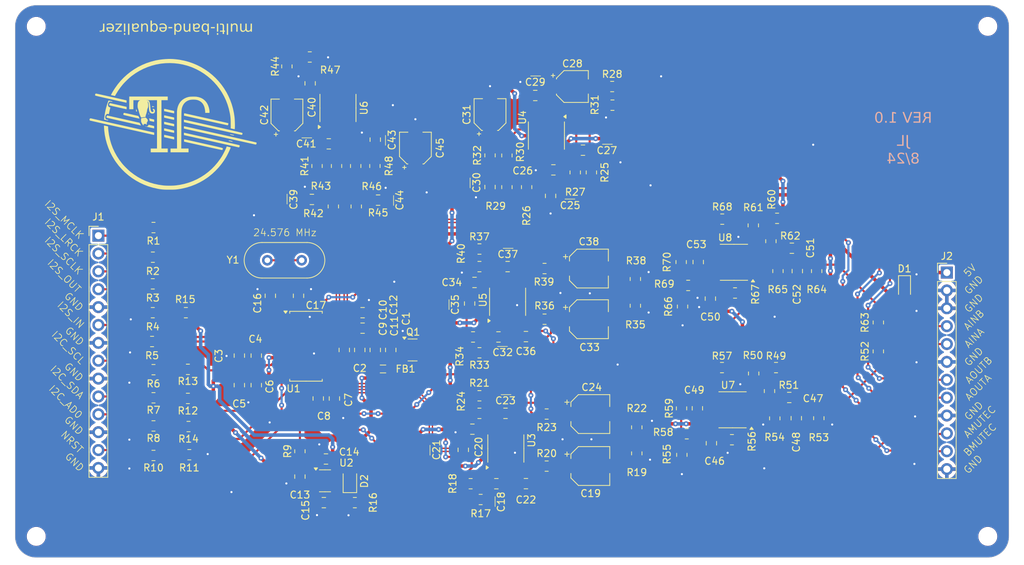
<source format=kicad_pcb>
(kicad_pcb (version 20240108) (generator "pcbnew") (generator_version "8.0")
  (layers (0 "F.Cu" signal) (31 "B.Cu" power) (34 "B.Paste" user) (35 "F.Paste" user) (36 "B.SilkS" user "B.Silkscreen") (37 "F.SilkS" user "F.Silkscreen") (38 "B.Mask" user) (39 "F.Mask" user) (44 "Edge.Cuts" user))
  (net 0 "")
  (net 1 "+5V")
  (net 2 "GND")
  (net 3 "Net-(U1-VD)")
  (net 4 "/CONN_+5V")
  (net 5 "+3.3V")
  (net 6 "/CODEC_VCOM")
  (net 7 "/CODEC_VFILT")
  (net 8 "Net-(U2-BP)")
  (net 9 "/CODEC_XTI")
  (net 10 "/CODEC_XTO")
  (net 11 "Net-(C18-Pad2)")
  (net 12 "Net-(U3A--)")
  (net 13 "/CODEC_AINA+")
  (net 14 "Net-(U3A-+)")
  (net 15 "/CODEC_AINA_BUFF-")
  (net 16 "/CODEC_AINA_BUFF+")
  (net 17 "Net-(U3B--)")
  (net 18 "Net-(C23-Pad2)")
  (net 19 "Net-(U3B-+)")
  (net 20 "/CODEC_AINA-")
  (net 21 "Net-(C25-Pad2)")
  (net 22 "Net-(C27-Pad2)")
  (net 23 "Net-(U4A--)")
  (net 24 "Net-(C28-Pad2)")
  (net 25 "Net-(U4A-+)")
  (net 26 "Net-(C30-Pad2)")
  (net 27 "Net-(C31-Pad1)")
  (net 28 "Net-(C32-Pad2)")
  (net 29 "Net-(U5A--)")
  (net 30 "Net-(U5A-+)")
  (net 31 "/CODEC_AINB+")
  (net 32 "/CODEC_AINB_BUFF+")
  (net 33 "/CODEC_AINB_BUFF-")
  (net 34 "Net-(C37-Pad2)")
  (net 35 "Net-(U5B-+)")
  (net 36 "/CODEC_AINB-")
  (net 37 "Net-(U5B--)")
  (net 38 "Net-(C39-Pad2)")
  (net 39 "Net-(U6A--)")
  (net 40 "Net-(C41-Pad2)")
  (net 41 "Net-(C42-Pad2)")
  (net 42 "Net-(U6A-+)")
  (net 43 "Net-(C44-Pad2)")
  (net 44 "Net-(C45-Pad1)")
  (net 45 "Net-(U7A-+)")
  (net 46 "Net-(C47-Pad1)")
  (net 47 "Net-(U7B--)")
  (net 48 "Net-(C51-Pad1)")
  (net 49 "Net-(U8A-+)")
  (net 50 "Net-(U8B--)")
  (net 51 "Net-(D2-K)")
  (net 52 "Net-(D1-A2)")
  (net 53 "/CODEC_AOUTB+")
  (net 54 "/I2S_ADC_OUT")
  (net 55 "/I2C_SCL")
  (net 56 "/I2S_DAC_IN")
  (net 57 "/CODEC_AMUTEC")
  (net 58 "/I2C_AD0")
  (net 59 "/CODEC_AOUTA-")
  (net 60 "/I2S_SCLK")
  (net 61 "/I2C_SDA")
  (net 62 "/CODEC_AOUTA+")
  (net 63 "/CODEC_NRST")
  (net 64 "/CODEC_BMUTEC")
  (net 65 "/I2S_MCLK")
  (net 66 "/I2S_LRCK")
  (net 67 "/CODEC_AOUTB-")
  (net 74 "Net-(U7B-+)")
  (net 75 "Net-(U8B-+)")
  (net 76 "Net-(J1-Pin_3)")
  (net 77 "Net-(J1-Pin_1)")
  (net 78 "Net-(J1-Pin_6)")
  (net 79 "Net-(J1-Pin_13)")
  (net 80 "Net-(J1-Pin_4)")
  (net 81 "Net-(J1-Pin_11)")
  (net 82 "Net-(J1-Pin_8)")
  (net 83 "Net-(J1-Pin_10)")
  (net 84 "/CODEC_AINA")
  (net 85 "/CODEC_AOUTB")
  (net 86 "/CODEC_AINB")
  (net 87 "/CODEC_AOUTA")
  (net 88 "/Single-Ended to Differential Converter Channel A/+2V5_VOLT_DIV")
  (net 89 "/Single-Ended to Differential Converter Channel B/+2V5_VOLT_DIV")
  (net 90 "Net-(J1-Pin_2)")
  (footprint "Capacitor_SMD:C_0805_2012Metric" (layer "F.Cu") (at 149.125 98.5 180)
    (property "Reference" "C37")
    (property "Value" "470p")
  )
  (footprint "MountingHole:MountingHole_2.2mm_M2" (layer "F.Cu") (at 217.325 136.85)
    (property "Reference" "H4" (hide yes))
    (property "Value" "MountingHole")
  )
  (footprint "Package_SO:SOIC-8_3.9x4.9mm_P1.27mm" (layer "F.Cu") (at 125.025 75.95 90)
    (property "Reference" "U6")
    (property "Value" "NE5532")
  )
  (footprint "Capacitor_SMD:C_0805_2012Metric" (layer "F.Cu") (at 128.525 107.25 180)
    (property "Reference" "C9")
    (property "Value" "100n")
  )
  (footprint "Capacitor_SMD:C_0805_2012Metric" (layer "F.Cu") (at 189.125 117.1075 180)
    (property "Reference" "C47")
    (property "Value" "68n")
  )
  (footprint "Capacitor_SMD:C_0805_2012Metric" (layer "F.Cu") (at 130.325 110.35 90)
    (property "Reference" "C1")
    (property "Value" "1u")
  )
  (footprint "Resistor_SMD:R_0805_2012Metric" (layer "F.Cu") (at 187.52 99.1375 90)
    (property "Reference" "R65")
    (property "Value" "1M")
  )
  (footprint "Capacitor_SMD:C_0805_2012Metric" (layer "F.Cu") (at 142.825 124.55 90)
    (property "Reference" "C21")
    (property "Value" "2.7n")
  )
  (footprint "Resistor_SMD:R_0805_2012Metric" (layer "F.Cu") (at 145.125 96)
    (property "Reference" "R37")
    (property "Value" "634R")
  )
  (footprint "Resistor_SMD:R_0805_2012Metric" (layer "F.Cu") (at 180.9825 123.1075)
    (property "Reference" "R56")
    (property "Value" "1k")
  )
  (footprint "Diode_SMD:D_SOD-323" (layer "F.Cu") (at 205.5 101.4 -90)
    (property "Reference" "D1")
    (property "Value" "D_TVS")
  )
  (footprint "Capacitor_SMD:C_0805_2012Metric" (layer "F.Cu") (at 144.12 121.61 180)
    (property "Reference" "C20")
    (property "Value" "100n")
  )
  (footprint "Capacitor_SMD:C_0805_2012Metric" (layer "F.Cu") (at 143.725 103.75 -90)
    (property "Reference" "C35")
    (property "Value" "2.7n")
  )
  (footprint "Resistor_SMD:R_0805_2012Metric" (layer "F.Cu") (at 154.37 105.975)
    (property "Reference" "R36")
    (property "Value" "10k")
  )
  (footprint "Capacitor_SMD:CP_Elec_5x5.4" (layer "F.Cu") (at 160.87 119.46)
    (property "Reference" "C24")
    (property "Value" "10u")
  )
  (footprint "Capacitor_SMD:C_0805_2012Metric" (layer "F.Cu") (at 111.025 115.35 -90)
    (property "Reference" "C5")
    (property "Value" "100n")
  )
  (footprint "Resistor_SMD:R_0805_2012Metric" (layer "F.Cu") (at 193.325 120.05 90)
    (property "Reference" "R53")
    (property "Value" "1k")
  )
  (footprint "Package_SO:SOIC-8_3.9x4.9mm_P1.27mm" (layer "F.Cu") (at 148.87 124.36 90)
    (property "Reference" "U3")
    (property "Value" "NE5532")
  )
  (footprint "Resistor_SMD:R_0805_2012Metric" (layer "F.Cu") (at 98.7375 97.1625)
    (property "Reference" "R2")
    (property "Value" "22R")
  )
  (footprint "Capacitor_SMD:CP_Elec_4x5.4" (layer "F.Cu") (at 117.775 76.95 90)
    (property "Reference" "C42")
    (property "Value" "22u")
  )
  (footprint "Fiducial:Fiducial_1mm_Mask3mm" (layer "F.Cu") (at 205.525 70.85)
    (property "Reference" "FID2" (hide yes))
    (property "Value" "Fiducial")
  )
  (footprint "Capacitor_SMD:C_0805_2012Metric" (layer "F.Cu") (at 113.425 115.35 -90)
    (property "Reference" "C6")
    (property "Value" "1u")
  )
  (footprint "Package_SO:TSSOP-28_4.4x9.7mm_P0.65mm" (layer "F.Cu") (at 120.4875 109.825)
    (property "Reference" "U1")
    (property "Value" "CS4272")
  )
  (footprint "Resistor_SMD:R_0805_2012Metric" (layer "F.Cu") (at 193.02 99.1375 90)
    (property "Reference" "R64")
    (property "Value" "1k")
  )
  (footprint "Resistor_SMD:R_0805_2012Metric" (layer "F.Cu") (at 144.2125 108.5)
    (property "Reference" "R34")
    (property "Value" "91R")
  )
  (footprint "Package_SO:SOIC-8_3.9x4.9mm_P1.27mm" (layer "F.Cu") (at 154.63 79.875 -90)
    (property "Reference" "U4")
    (property "Value" "NE5532")
  )
  (footprint "Resistor_SMD:R_0805_2012Metric" (layer "F.Cu") (at 146.625 82.6875 90)
    (property "Reference" "R32")
    (property "Value" "1.5k")
  )
  (footprint "Resistor_SMD:R_0805_2012Metric" (layer "F.Cu") (at 174.77 101.175 180)
    (property "Reference" "R69")
    (property "Value" "22k")
  )
  (footprint "Resistor_SMD:R_0805_2012Metric" (layer "F.Cu") (at 98.825 125.35)
    (property "Reference" "R10")
    (property "Value" "22R")
  )
  (footprint "Resistor_SMD:R_0805_2012Metric" (layer "F.Cu") (at 149.025 87.2 90)
    (property "Reference" "R29")
    (property "Value" "1.33k")
  )
  (footprint "Resistor_SMD:R_0805_2012Metric" (layer "F.Cu") (at 98.825 92.95)
    (property "Reference" "R1")
    (property "Value" "22R")
  )
  (footprint "Resistor_SMD:R_0805_2012Metric" (layer "F.Cu") (at 173.825 118.65 90)
    (property "Reference" "R59")
    (property "Value" "1k")
  )
  (footprint "Resistor_SMD:R_0805_2012Metric" (layer "F.Cu") (at 201.78 106.44 90)
    (property "Reference" "R63")
    (property "Value" "1k")
  )
  (footprint "Resistor_SMD:R_0805_2012Metric" (layer "F.Cu") (at 117.775 70.0375 90)
    (property "Reference" "R44")
    (property "Value" "1.3K")
  )
  (footprint "Resistor_SMD:R_0805_2012Metric" (layer "F.Cu") (at 167.47 121.3475 90)
    (property "Reference" "R22")
    (property "Value" "100k")
  )
  (footprint "Capacitor_SMD:C_0805_2012Metric" (layer "F.Cu") (at 128.525 105.05 180)
    (property "Reference" "C10")
    (property "Value" "47u")
  )
  (footprint "Capacitor_SMD:C_0805_2012Metric" (layer "F.Cu") (at 147.825 108.5 180)
    (property "Reference" "C32")
    (property "Value" "470p")
  )
  (footprint "Resistor_SMD:R_0805_2012Metric" (layer "F.Cu") (at 127.545 84.2 90)
    (property "Reference" "R46")
    (property "Value" "715R")
  )
  (footprint "Resistor_SMD:R_0805_2012Metric" (layer "F.Cu") (at 167.47 125.0475 90)
    (property "Reference" "R19")
    (property "Value" "100k")
  )
  (footprint "Capacitor_SMD:C_0805_2012Metric" (layer "F.Cu") (at 144.425 100.75 180)
    (property "Reference" "C34")
    (property "Value" "100n")
  )
  (footprint "Connector_PinHeader_2.54mm:PinHeader_1x12_P2.54mm_Vertical" (layer "F.Cu") (at 211.50625 99.3475)
    (property "Reference" "J2")
    (property "Value" "Conn_01x12")
  )
  (footprint "Resistor_SMD:R_0805_2012Metric" (layer "F.Cu") (at 98.625 109.15)
    (property "Reference" "R5")
    (property "Value" "22R")
  )
  (footprint "Resistor_SMD:R_0805_2012Metric" (layer "F.Cu") (at 122.055 84.2 90)
    (property "Reference" "R41")
    (property "Value" "4.99k")
  )
  (footprint "Resistor_SMD:R_0805_2012Metric" (layer "F.Cu") (at 103.7125 113.105 180)
    (property "Reference" "R13")
    (property "Value" "2k2")
  )
  (footprint "Capacitor_SMD:C_0805_2012Metric" (layer "F.Cu") (at 130.325 80.45 90)
    (property "Reference" "C43")
    (property "Value" "1.5n")
  )
  (footprint "Fiducial:Fiducial_1mm_Mask3mm" (layer "F.Cu") (at 87.725 134.65)
    (property "Reference" "FID3" (hide yes))
    (property "Value" "Fiducial")
  )
  (footprint "Capacitor_SMD:C_0805_2012Metric" (layer "F.Cu") (at 147.525 129.36 180)
    (property "Reference" "C18")
    (property "Value" "470p")
  )
  (footprint "Resistor_SMD:R_0805_2012Metric" (layer "F.Cu") (at 184.07 113.695 90)
    (property "Reference" "R50")
    (property "Value" "1k")
  )
  (footprint "Resistor_SMD:R_0805_2012Metric" (layer "F.Cu") (at 158.725 85.1125 90)
    (property "Reference" "R27")
    (property "Value" "2.32k")
  )
  (footprint "Capacitor_SMD:C_0805_2012Metric" (layer "F.Cu") (at 130.725 89.05 180)
    (property "Reference" "C44")
    (property "Value" "6.8n")
  )
  (footprint "Capacitor_SMD:C_0805_2012Metric" (layer "F.Cu") (at 189.495 95.8875 180)
    (property "Reference" "C51")
    (property "Value" "68n")
  )
  (footprint "Capacitor_SMD:C_0805_2012Metric" (layer "F.Cu") (at 122.225 117.25 -90)
    (property "Reference" "C8")
    (property "Value" "1u")
  )
  (footprint "Resistor_SMD:R_0805_2012Metric" (layer "F.Cu") (at 167.27 100.2625 90)
    (property "Reference" "R38")
    (property "Value" "100k")
  )
  (footprint "Resistor_SMD:R_0805_2012Metric" (layer "F.Cu") (at 186.32 116.195 90)
    (property "Reference" "R51")
    (property "Value" "1M")
  )
  (footprint "Capacitor_SMD:C_0805_2012Metric" (layer "F.Cu") (at 124.525 117.25 -90)
    (property "Reference" "C7")
    (property "Value" "100n")
  )
  (footprint "Resistor_SMD:R_0805_2012Metric" (layer "F.Cu") (at 145.295 131.61)
    (property "Reference" "R17")
    (property "Value" "634R")
  )
  (footprint "Capacitor_SMD:C_0805_2012Metric" (layer "F.Cu") (at 151.725 129.35 180)
    (property "Reference" "C22")
    (property "Value" "10n")
  )
  (footprint "Capacitor_SMD:C_0805_2012Metric" (layer "F.Cu") (at 190.27 99.1375 -90)
    (property "Reference" "C52")
    (property "Value" "220p")
  )
  (footprint "Resistor_SMD:R_0805_2012Metric" (layer "F.Cu") (at 124.375 89.95 90)
    (property "Reference" "R42")
    (property "Value" "4.42k")
  )
  (footprint "Capacitor_SMD:C_0805_2012Metric" (layer "F.Cu") (at 177.925 103.05 -90)
    (property "Reference" "C50")
    (property "Value" "100n")
  )
  (footprint "Capacitor_SMD:C_0805_2012Metric" (layer "F.Cu") (at 115.425 102.65 90)
    (property "Reference" "C16")
    (property "Value" "20p")
  )
  (footprint "Resistor_SMD:R_0805_2012Metric" (layer "F.Cu") (at 145.12 119.36)
    (property "Reference" "R24")
    (property "Value" "91R")
  )
  (footprint "Package_TO_SOT_SMD:SOT-23" (layer "F.Cu") (at 135.625 110.35)
    (property "Reference" "Q1")
    (property "Value" "AO3401A")
  )
  (footprint "Capacitor_SMD:C_0805_2012Metric" (layer "F.Cu") (at 121.075 72.45 90)
    (property "Reference" "C40")
    (property "Value" "100n")
  )
  (footprint "Capacitor_SMD:CP_Elec_5x5.4" (layer "F.Cu") (at 160.67 98.775)
    (property "Reference" "C38")
    (property "Value" "10u")
  )
  (footprint "Fiducial:Fiducial_1mm_Mask3mm" (layer "F.Cu") (at 87.725 70.85)
    (property "Reference" "FID1" (hide yes))
    (property "Value" "Fiducial")
  )
  (footprint "Resistor_SMD:R_0805_2012Metric" (layer "F.Cu") (at 119.625 124.75 -90)
    (property "Reference" "R9")
    (property "Value" "5.1R")
  )
  (footprint "Package_SO:SOIC-8_3.9x4.9mm_P1.27mm" (layer "F.Cu") (at 181.07 118.8575 180)
    (property "Reference" "U7")
    (property "Value" "NE5532")
  )
  (footprint "Capacitor_SMD:C_0805_2012Metric" (layer "F.Cu") (at 159.825 81.95)
    (property "Reference" "C27")
    (property "Value" "470p")
  )
  (footprint "LED_SMD:LED_0805_2012Metric" (layer "F.Cu") (at 126.725 128.95 90)
    (property "Reference" "D2")
    (property "Value" "LED_GREEN")
  )
  (footprint "Resistor_SMD:R_0805_2012Metric" (layer "F.Cu") (at 98.725 100.95)
    (property "Reference" "R3")
    (property "Value" "22R")
  )
  (footprint "Resistor_SMD:R_0805_2012Metric" (layer "F.Cu") (at 154.37 98.775 180)
    (property "Reference" "R39")
    (property "Value" "10k")
  )
  (footprint "Capacitor_SMD:C_0805_2012Metric" (layer "F.Cu") (at 190.125 120.05 -90)
    (property "Reference" "C48")
    (property "Value" "220p")
  )
  (footprint "Resistor_SMD:R_0805_2012Metric" (layer "F.Cu") (at 154.67 119.46 180)
    (property "Reference" "R23")
    (property "Value" "10k")
  )
  (footprint "Resistor_SMD:R_0805_2012Metric" (layer "F.Cu") (at 174.57 122.26 180)
    (property "Reference" "R58")
    (property "Value" "22k")
  )
  (footprint "Capacitor_SMD:C_0805_2012Metric" (layer "F.Cu") (at 123.725 81.05 180)
    (property "Reference" "C41")
    (property "Value" "470p")
  )
  (footprint "Capacitor_SMD:C_0805_2012Metric" (layer "F.Cu") (at 121.325 88.95)
    (property "Reference" "C39")
    (property "Value" "2.2n")
  )
  (footprint "Capacitor_SMD:C_0805_2012Metric" (layer "F.Cu") (at 146.625 87.1875 90)
    (property "Reference" "C30")
    (property "Value" "6.8n")
  )
  (footprint "Resistor_SMD:R_0805_2012Metric" (layer "F.Cu") (at 130.275 84.2 90)
    (property "Reference" "R48")
    (property "Value" "1.5k")
  )
  (footprint "Resistor_SMD:R_0805_2012Metric" (layer "F.Cu") (at 179.6075 91.7525)
    (property "Reference" "R68")
    (property "Value" "1k")
  )
  (footprint "Resistor_SMD:R_0805_2012Metric" (layer "F.Cu") (at 98.725 105.05)
    (property "Reference" "R4")
    (property "Value" "22R")
  )
  (footprint "Capacitor_SMD:C_0805_2012Metric" (layer "F.Cu") (at 178.07 123.6075 -90)
    (property "Reference" "C46")
    (property "Value" "100n")
  )
  (footprint "Resistor_SMD:R_0805_2012Metric" (layer "F.Cu") (at 127.425 132.05 180)
    (property "Reference" "R16")
    (property "Value" "1k")
  )
  (footprint "Capacitor_SMD:C_0805_2012Metric" (layer "F.Cu") (at 128.125 110.35 90)
    (property "Reference" "C2")
    (property "Value" "100n")
  )
  (footprint "Resistor_SMD:R_0805_2012Metric" (layer "F.Cu") (at 181.425 102.25)
    (property "Reference" "R67")
    (property "Value" "1k")
  )
  (footprint "Resistor_SMD:R_0805_2012Metric" (layer "F.Cu") (at 187.395 91.6375)
    (property "Reference" "R60")
    (property "Value" "1k")
  )
  (footprint "Package_SO:SOIC-8_3.9x4.9mm_P1.27mm" (layer "F.Cu") (at 181.27 97.8875 180)
    (property "Reference" "U8")
    (property "Value" "NE5532")
  )
  (footprint "Capacitor_SMD:C_0805_2012Metric" (layer "F.Cu") (at 123.025 132.05 180)
    (property "Reference" "C15")
    (property "Value" "10n")
  )
  (footprint "Capacitor_SMD:C_0805_2012Metric" (layer "F.Cu") (at 176.08 118.64 90)
    (property "Reference" "C49")
    (property "Value" "100p")
  )
  (footprint "Resistor_SMD:R_0805_2012Metric" (layer "F.Cu") (at 161.025 85.1125 90)
    (property "Reference" "R25")
    (property "Value" "4.99k")
  )
  (footprint "MountingHole:MountingHole_2.2mm_M2" (layer "F.Cu") (at 217.325 64.35)
    (property "Reference" "H2" (hide yes))
    (property "Value" "MountingHole")
  )
  (footprint "Capacitor_SMD:C_0805_2012Metric" (layer "F.Cu") (at 113.425 111.15 -90)
    (property "Reference" "C4")
    (property "Value" "100n")
  )
  (footprint "Package_TO_SOT_SMD:SOT-23-5" (layer "F.Cu") (at 123.1875 128.95)
    (property "Reference" "U2")
    (property "Value" "SPX3819M5-L-3-3")
  )
  (footprint "Resistor_SMD:R_0805_2012Metric" (layer "F.Cu") (at 121.025 68.7 180)
    (property "Reference" "R47")
    (property "Value" "47k")
  )
  (footprint "Resistor_SMD:R_0805_2012Metric" (layer "F.Cu") (at 103.8 121.24 180)
    (property "Reference" "R14")
    (property "Value" "10k")
  )
  (footprint "Resistor_SMD:R_0805_2012Metric" (layer "F.Cu") (at 173.97 104.175 90)
    (property "Reference" "R66")
    (property "Value" "22k")
  )
  (footprint "Resistor_SMD:R_0805_2012Metric" (layer "F.Cu") (at 98.825 117.15)
    (property "Reference" "R7")
    (property "Value" "22R")
  )
  (footprint "MountingHole:MountingHole_2.2mm_M2" (layer "F.Cu") (at 82.175 64.35)
    (property "Reference" "H1" (hide yes))
    (property "Value" "MountingHole")
  )
  (footprint "Resistor_SMD:R_0805_2012Metric" (layer "F.Cu") (at 173.77 97.8525 90)
    (property "Reference" "R70")
    (property "Value" "1k")
  )
  (footprint "Capacitor_SMD:C_0805_2012Metric" (layer "F.Cu") (at 148.825 119.36 180)
    (property "Reference" "C23")
    (property "Value" "470p")
  )
  (footprint "LOGO" (layer "F.Cu") (at 101.6 78.5 180)
    (property "Reference" "G***" (hide yes))
    (property "Value" "LOGO" (hide yes))
  )
  (footprint "Resistor_SMD:R_0805_2012Metric" (layer "F.Cu") (at 145.12 116.86)
    (property "Reference" "R21")
    (property "Value" "634R")
  )
  (footprint "Resistor_SMD:R_0805_2012Metric" (layer "F.Cu") (at 145.125 98.5)
    (property "Reference" "R40")
    (property "Value" "91R")
  )
  (footprint "Inductor_SMD:L_0805_2012Metric" (layer "F.Cu") (at 131.425 113.05 180)
    (property "Reference" "FB1")
    (property "Value" "120R")
  )
  (footprint "Fiducial:Fiducial_1mm_Mask3mm" (layer "F.Cu") (at 205.525 134.45)
    (property "Reference" "FID4" (hide yes))
    (property "Value" "Fiducial")
  )
  (footprint "Capacitor_SMD:C_0805_2012Metric" (layer "F.Cu") (at 132.525 110.35 90)
    (property "Reference" "C11")
    (property "Value" "2u2")
  )
  (footprint "Resistor_SMD:R_0805_2012Metric" (layer "F.Cu") (at 167.27 104.0625 90)
    (property "Reference" "R35")
    (property "Value" "100k")
  )
  (footprint "Resistor_SMD:R_0805_2012Metric" (layer "F.Cu") (at 98.825 113.15)
    (property "Reference" "R6")
    (property "Value" "22R")
  )
  (footprint "Capacitor_SMD:C_0805_2012Metric" (layer "F.Cu") (at 119.625 128.35 -90)
    (property "Reference" "C13")
    (property "Value" "2u2")
  )
  (footprint "Resistor_SMD:R_0805_2012Metric" (layer "F.Cu") (at 163.975 72.9)
    (property "Reference" "R28")
    (property "Value" "1.3K")
  )
  (footprint "Capacitor_SMD:CP_Elec_4x5.4" (layer "F.Cu") (at 136.025 81.65 90)
    (property "Reference" "C45")
    (property "Value" "22u")
  )
  (footprint "Resistor_SMD:R_0805_2012Metric" (layer "F.Cu") (at 98.825 121.15)
    (property "Reference" "R8")
    (property "Value" "22R")
  )
  (footprint "Resistor_SMD:R_0805_2012Metric" (layer "F.Cu") (at 103.7125 117.24 180)
    (property "Reference" "R12")
    (property "Value" "2k2")
  )
  (footprint "Connector_PinHeader_2.54mm:PinHeader_1x14_P2.54mm_Vertical" (layer "F.Cu") (at 91 94.1)
    (property "Reference" "J1")
    (property "Value" "Conn_01x14")
  )
  (footprint "Capacitor_SMD:C_0805_2012Metric" (layer "F.Cu") (at 176.195 97.8525 90)
    (property "Reference" "C53")
    (property "Value" "100p")
  )
  (footprint "Resistor_SMD:R_0805_2012Metric" (layer "F.Cu") (at 103.9125 125.24)
    (property "Reference" "R11")
    (property "Value" "10k")
  )
  (footprint "Capacitor_SMD:CP_Elec_5x5.4" (layer "F.Cu") (at 160.87 126.8475)
    (property "Reference" "C19")
    (property "Value" "10u")
  )
  (footprint "Capacitor_SMD:CP_Elec_4x5.4" (layer "F.Cu") (at 146.625 76.8875 90)
    (property "Reference" "C31")
    (property "Value" "22u")
  )
  (footprint "Resistor_SMD:R_0805_2012Metric" (layer "F.Cu") (at 154.67 126.86)
    (property "Reference" "R20")
    (property "Value" "10k")
  )
  (footprint "Resistor_SMD:R_0805_2012Metric" (layer "F.Cu") (at 186.52 94.8875 90)
    (property "Reference" "R62")
    (property "Value" "1M")
  )
  (footprint "Resistor_SMD:R_0805_2012Metric" (layer "F.Cu") (at 145.125 110.75)
    (property "Reference" "R33")
    (property "Value" "634R")
  )
  (footprint "Capacitor_SMD:C_0805_2012Metric" (layer "F.Cu") (at 151.725 108.45 180)
    (property "Reference" "C36")
    (property "Value" "10n")
  )
  (footprint "MountingHole:MountingHole_2.2mm_M2" (layer "F.Cu") (at 82.175 136.85)
    (property "Reference" "H3" (hide yes))
    (property "Value" "MountingHole")
  )
  (footprint "Resistor_SMD:R_0805_2012Metric" (layer "F.Cu") (at 179.57 112.8575)
    (property "Reference" "R57")
    (property "Value" "1k")
  )
  (footprint "Resistor_SMD:R_0805_2012Metric" (layer "F.Cu") (at 187.245 112.8575)
    (property "Reference" "R49")
    (property "Value" "1k")
  )
  (footprint "Capacitor_SMD:C_0805_2012Metric" (layer "F.Cu") (at 119.425 102.65 90)
    (property "Reference" "C17")
    (property "Value" "20p")
  )
  (footprint "Capacitor_SMD:C_0805_2012Metric" (layer "F.Cu") (at 155.225 88.45 90)
    (property "Reference" "C25")
    (property "Value" "2.2n")
  )
  (footprint "Capacitor_SMD:C_0805_2012Metric" (layer "F.Cu") (at 153.05 74.175 180)
    (property "Reference" "C29")
    (property "Value" "1.5n")
  )
  (footprint "Crystal:Crystal_HC49-4H_Vertical" (layer "F.Cu") (at 119.875 97.6 180)
    (property "Reference" "Y1")
    (property "Value" "24.576 MHz")
  )
  (footprint "Resistor_SMD:R_0805_2012Metric" (layer "F.Cu") (at 143.87 129.36)
    (property "Reference" "R18")
    (property "Value" "91R")
  )
  (footprint "Capacitor_SMD:CP_Elec_4x5.4" (layer "F.Cu") (at 158.325 72.9)
    (property "Reference" "C28")
    (property "Value" "22u")
  )
  (footprint "Resistor_SMD:R_0805_2012Metric" (layer "F.Cu") (at 151.825 87.2 90)
    (property "Reference" "R26")
    (property "Value" "4.42k")
  )
  (footprint "Resistor_SMD:R_0805_2012Metric" (layer "F.Cu") (at 173.87 125.26 90)
    (property "Reference" "R55")
    (property "Value" "22k")
  )
  (footprint "Resistor_SMD:R_0805_2012Metric" (layer "F.Cu") (at 124.825 84.2 90)
    (property "Reference" "R43")
    (property "Value" "2.32k")
  )
  (footprint "Capacitor_SMD:C_0805_2012Metric" (layer "F.Cu") (at 111.025 111.15 -90)
    (property "Reference" "C3")
    (property "Value" "1u")
  )
  (footprint "Capacitor_SMD:C_0805_2012Metric" (layer "F.Cu") (at 123.325 125.85 180)
    (property "Reference" "C14")
    (property "Value" "2u2")
  )
  (footprint "Resistor_SMD:R_0805_2012Metric" (layer "F.Cu") (at 201.78 110.5525 -90)
    (property "Reference" "R52")
    (property "Value" "1k")
  )
  (footprint "Package_SO:SOIC-8_3.9x4.9mm_P1.27mm" (layer "F.Cu") (at 149.125 103.5 90)
    (property "Reference" "U5")
    (property "Value" "NE5532")
  )
  (footprint "Resistor_SMD:R_0805_2012Metric" (layer "F.Cu") (at 164.0125 75.55)
    (property "Reference" "R31")
    (property "Value" "47k")
  )
  (footprint "Resistor_SMD:R_0805_2012Metric" (layer "F.Cu") (at 103.425 105.05 180)
    (property "Reference" "R15")
    (property "Value" "47K")
  )
  (footprint "Capacitor_SMD:C_0805_2012Metric" (layer "F.Cu") (at 155.625 84.75 180)
    (property "Reference" "C26")
    (property "Value" "100n")
  )
  (footprint "Resistor_SMD:R_0805_2012Metric" (layer "F.Cu") (at 149.025 82.7 90)
    (property "Reference" "R30")
    (property "Value" "715R")
  )
  (footprint "Resistor_SMD:R_0805_2012Metric" (layer "F.Cu") (at 127.625 89.95 90)
    (property "Reference" "R45")
    (property "Value" "1.33k")
  )
  (footprint "Resistor_SMD:R_0805_2012Metric" (layer "F.Cu") (at 187.07 120.0725 90)
    (property "Reference" "R54")
    (property "Value" "1M")
  )
  (footprint "Resistor_SMD:R_0805_2012Metric" (layer "F.Cu") (at 184.02 92.6375 90)
    (property "Reference" "R61")
    (property "Value" "1k")
  )
  (footprint "Capacitor_SMD:C_0805_2012Metric" (layer "F.Cu") (at 125.925 110.35 90)
    (property "Reference" "C12")
    (property "Value" "2u2")
  )
  (footprint "Capacitor_SMD:CP_Elec_5x5.4" (layer "F.Cu") (at 160.67 105.975)
    (property "Reference" "C33")
    (property "Value" "10u")
  )
  (gr_line (start 138.1 125.3) (end 138.1 123.9) (stroke (width 0.1)) (layer "F.SilkS"))
  (gr_line (start 117.8 89.6) (end 117.8 88.2) (stroke (width 0.1)) (layer "F.SilkS"))
  (gr_line (start 162.6 81.1) (end 164 81.1) (stroke (width 0.1)) (layer "F.SilkS"))
  (gr_line (start 132.925 89.8) (end 132.925 88.4) (stroke (width 0.1)) (layer "F.SilkS"))
  (gr_line (start 147.345 132.6) (end 147.345 131.2) (stroke (width 0.1)) (layer "F.SilkS"))
  (gr_line (start 143.8 87.3) (end 143.8 85.9) (stroke (width 0.1)) (layer "F.SilkS"))
  (gr_line (start 147.7 109.85) (end 149.1 109.85) (stroke (width 0.1)) (layer "F.SilkS"))
  (gr_line (start 140.8 104.6) (end 140.8 103.2) (stroke (width 0.1)) (layer "F.SilkS"))
  (gr_line (start 148.5 95.9) (end 149.9 95.9) (stroke (width 0.1)) (layer "F.SilkS"))
  (gr_line (start 131.775 81.25) (end 131.775 79.85) (stroke (width 0.1)) (layer "F.SilkS"))
  (gr_line (start 157.275 88.9) (end 158.675 88.9) (stroke (width 0.1)) (layer "F.SilkS"))
  (gr_line (start 152.4 71.4) (end 153.8 71.4) (stroke (width 0.1)) (layer "F.SilkS"))
  (gr_line (start 119.9 80.2) (end 121.3 80.2) (stroke (width 0.1)) (layer "F.SilkS"))
  (gr_line (start 148.2 116.7) (end 149.6 116.7) (stroke (width 0.1)) (layer "F.SilkS"))
  (gr_arc (start 217.325 61.35) (mid 219.44632 62.22868) (end 220.325 64.35) (stroke (width 0.05)) (layer "Edge.Cuts"))
  (gr_line (start 82.175 61.35) (end 217.325 61.35) (stroke (width 0.05)) (layer "Edge.Cuts"))
  (gr_line (start 220.325 136.85) (end 220.325 64.35) (stroke (width 0.05)) (layer "Edge.Cuts"))
  (gr_arc (start 220.325 136.85) (mid 219.44632 138.97132) (end 217.325 139.85) (stroke (width 0.05)) (layer "Edge.Cuts"))
  (gr_arc (start 82.175 139.85) (mid 80.05368 138.97132) (end 79.175 136.85) (stroke (width 0.05)) (layer "Edge.Cuts"))
  (gr_line (start 79.175 136.85) (end 79.175 64.35) (stroke (width 0.05)) (layer "Edge.Cuts"))
  (gr_line (start 82.175 139.85) (end 217.325 139.85) (stroke (width 0.05)) (layer "Edge.Cuts"))
  (gr_arc (start 79.175 64.35) (mid 80.05368 62.22868) (end 82.175 61.35) (stroke (width 0.05)) (layer "Edge.Cuts"))
  (gr_text "JL\n8/24" (at 205.3 84.1 0) (layer "B.SilkS") (effects (font (size 1.5 1.5) (thickness 0.1)) (justify bottom mirror)))
  (gr_text "REV 1.0" (at 205.3 78.3 0) (layer "B.SilkS") (effects (font (size 1.5 1.5) (thickness 0.1)) (justify bottom mirror)))
  (gr_text "multi-band-equalizer" (at 113 63.7 180) (layer "F.SilkS") (effects (font (size 1.5 1.5) (thickness 0.1)) (justify left bottom)))
  (gr_text "24.576 MHz" (at 112.925 94.25 0) (layer "F.SilkS") (effects (font (size 1 1) (thickness 0.1)) (justify left bottom)))
  (gr_text "I2C_SDA" (at 83.9625 113.18 315) (layer "F.SilkS") (effects (font (size 1 1) (thickness 0.1)) (justify left bottom)))
  (gr_text "GND" (at 85.9625 120.38 315) (layer "F.SilkS") (effects (font (size 1 1) (thickness 0.1)) (justify left bottom)))
  (gr_text "GND" (at 214.625 102.65 45) (layer "F.SilkS") (effects (font (size 1 1) (thickness 0.1)) (justify left bottom)))
  (gr_text "AOUTA" (at 214.725 117.75 45) (layer "F.SilkS") (effects (font (size 1 1) (thickness 0.1)) (justify left bottom)))
  (gr_text "GND" (at 85.9625 102.78 -45) (layer "F.SilkS") (effects (font (size 1 1) (thickness 0.1)) (justify left bottom)))
  (gr_text "GND" (at 214.625 120.55 45) (layer "F.SilkS") (effects (font (size 1 1) (thickness 0.1)) (justify left bottom)))
  (gr_text "GND" (at 214.625 112.85 45) (layer "F.SilkS") (effects (font (size 1 1) (thickness 0.1)) (justify left bottom)))
  (gr_text "GND" (at 86.0625 125.58 315) (layer "F.SilkS") (effects (font (size 1 1) (thickness 0.1)) (justify left bottom)))
  (gr_text "I2S_OUT" (at 83.5625 98.08 315) (layer "F.SilkS") (effects (font (size 1 1) (thickness 0.1)) (justify left bottom)))
  (gr_text "AINA" (at 214.625 110.25 45) (layer "F.SilkS") (effects (font (size 1 1) (thickness 0.1)) (justify left bottom)))
  (gr_text "GND" (at 86.0625 107.68 315) (layer "F.SilkS") (effects (font (size 1 1) (thickness 0.1)) (justify left bottom)))
  (gr_text "GND" (at 214.625 105.25 45) (layer "F.SilkS") (effects (font (size 1 1) (thickness 0.1)) (justify left bottom)))
  (gr_text "I2C_AD0" (at 83.7625 115.98 315) (layer "F.SilkS") (effects (font (size 1 1) (thickness 0.1)) (justify left bottom)))
  (gr_text "AINB" (at 214.525 107.75 45) (layer "F.SilkS") (effects (font (size 1 1) (thickness 0.1)) (justify left bottom)))
  (gr_text "GND" (at 214.525 128.15 45) (layer "F.SilkS") (effects (font (size 1 1) (thickness 0.1)) (justify left bottom)))
  (gr_text "I2C_SCL" (at 84.1625 108.28 315) (layer "F.SilkS") (effects (font (size 1 1) (thickness 0.1)) (justify left bottom)))
  (gr_text "5V" (at 214.525 100.15 45) (layer "F.SilkS") (effects (font (size 1 1) (thickness 0.1)) (justify left bottom)))
  (gr_text "AMUTEC" (at 214.525 123.05 45) (layer "F.SilkS") (effects (font (size 1 1) (thickness 0.1)) (justify left bottom)))
  (gr_text "I2S_SCLK" (at 83.1625 94.88 315) (layer "F.SilkS") (effects (font (size 1 1) (thickness 0.1)) (justify left bottom)))
  (gr_text "GND" (at 85.9625 112.78 315) (layer "F.SilkS") (effects (font (size 1 1) (thickness 0.1)) (justify left bottom)))
  (gr_text "NRST" (at 85.4625 122.48 315) (layer "F.SilkS") (effects (font (size 1 1) (thickness 0.1)) (justify left bottom)))
  (gr_text "I2S_MCLK" (at 83.1625 89.68 315) (layer "F.SilkS") (effects (font (size 1 1) (thickness 0.1)) (justify left bottom)))
  (gr_text "BMUTEC" (at 214.525 125.65 45) (layer "F.SilkS") (effects (font (size 1 1) (thickness 0.1)) (justify left bottom)))
  (gr_text "I2S_IN" (at 84.9625 104.08 315) (layer "F.SilkS") (effects (font (size 1 1) (thickness 0.1)) (justify left bottom)))
  (gr_text "I2S_LRCK" (at 83.1625 92.28 315) (layer "F.SilkS") (effects (font (size 1 1) (thickness 0.1)) (justify left bottom)))
  (gr_text "AOUTB" (at 214.725 115.35 45) (layer "F.SilkS") (effects (font (size 1 1) (thickness 0.1)) (justify left bottom)))
  (segment (start 142.35 106.5) (end 141.525 106.5) (width 0.5) (layer "F.Cu") (net 1))
  (segment (start 146.225 100.75) (end 146.5 101.025) (width 0.5) (layer "F.Cu") (net 1))
  (segment (start 130.3625 113.05) (end 130.3625 111.3375) (width 0.5) (layer "F.Cu") (net 1))
  (segment (start 147.22 103.58) (end 147.22 101.025) (width 0.5) (layer "F.Cu") (net 1))
  (segment (start 115.775 133.5) (end 115.775 127.4) (width 0.5) (layer "F.Cu") (net 1))
  (segment (start 144.325 106.475) (end 147.22 103.58) (width 0.5) (layer "F.Cu") (net 1))
  (segment (start 178.07 122.005) (end 178.07 122.6575) (width 0.5) (layer "F.Cu") (net 1))
  (segment (start 140.975 120.6) (end 140.975 114.65) (width 0.5) (layer "F.Cu") (net 1))
  (segment (start 123.12 73.475) (end 123.12 72.2275) (width 0.5) (layer "F.Cu") (net 1))
  (segment (start 138.425 97.65) (end 141.225 94.85) (width 0.5) (layer "F.Cu") (net 1))
  (segment (start 130.3625 111.3375) (end 130.325 111.3) (width 0.5) (layer "F.Cu") (net 1))
  (segment (start 146.095 121.885) (end 146.965 121.885) (width 0.5) (layer "F.Cu") (net 1))
  (segment (start 186.975 109.85) (end 188.1575 111.0325) (width 0.5) (layer "F.Cu") (net 1))
  (segment (start 123.35 110.8) (end 124.275 110.8) (width 0.3) (layer "F.Cu") (net 1))
  (segment (start 178.595 121.48) (end 178.07 122.005) (width 0.5) (layer "F.Cu") (net 1))
  (segment (start 171.475 120.1) (end 171.475 116.1) (width 0.5) (layer "F.Cu") (net 1))
  (segment (start 180.975 104.85) (end 179.725 104.85) (width 0.5) (layer "F.Cu") (net 1))
  (segment (start 138.425 111.75) (end 138.425 97.65) (width 0.5) (layer "F.Cu") (net 1))
  (segment (start 178.795 99.7925) (end 178.795 100.3525) (width 0.5) (layer "F.Cu") (net 1))
  (segment (start 179.725 104.85) (end 179.325 104.45) (width 0.5) (layer "F.Cu") (net 1))
  (segment (start 161.625 80.3) (end 182.175 80.3) (width 0.5) (layer "F.Cu") (net 1))
  (segment (start 172.225 120.85) (end 171.475 120.1) (width 0.5) (layer "F.Cu") (net 1))
  (segment (start 177.325 120.85) (end 177.4125 120.7625) (width 0.5) (layer "F.Cu") (net 1))
  (segment (start 141.525 106.5) (end 140.975 107.05) (width 0.5) (layer "F.Cu") (net 1))
  (segment (start 156.535 82.35) (end 156.535 81.89) (width 0.5) (layer "F.Cu") (net 1))
  (segment (start 119.625 127.4) (end 119.625 125.6625) (width 0.5) (layer "F.Cu") (net 1))
  (segment (start 139.925 121.65) (end 140.975 120.6) (width 0.5) (layer "F.Cu") (net 1))
  (segment (start 122.05 129.9) (end 122.712499 129.9) (width 0.5) (layer "F.Cu") (net 1))
  (segment (start 121.075 73.4) (end 123.045 73.4) (width 0.5) (layer "F.Cu") (net 1))
  (segment (start 120.175 127.4) (end 120.775 128) (width 0.5) (layer "F.Cu") (net 1))
  (segment (start 131.356371 121.731371) (end 129.725 121.731371) (width 0.5) (layer "F.Cu") (net 1))
  (segment (start 124.775 111.3) (end 125.925 111.3) (width 0.3) (layer "F.Cu") (net 1))
  (segment (start 145.375 100.75) (end 146.225 100.75) (width 0.5) (layer "F.Cu") (net 1))
  (segment (start 172.97 120.85) (end 172.225 120.85) (width 0.5) (layer "F.Cu") (net 1))
  (segment (start 178.795 100.3525) (end 177.925 101.2225) (width 0.5) (layer "F.Cu") (net 1))
  (segment (start 147.875 71.65) (end 150.125 73.9) (width 0.5) (layer "F.Cu") (net 1))
  (segment (start 140.975 107.05) (end 140.975 112.85) (width 0.5) (layer "F.Cu") (net 1))
  (segment (start 137.125 121.65) (end 134.2 124.575) (width 0.5) (layer "F.Cu") (net 1))
  (segment (start 130.325 111.3) (end 128.125 111.3) (width 0.5) (layer "F.Cu") (net 1))
  (segment (start 188.1575 111.0325) (end 188.1575 112.8575) (width 0.5) (layer "F.Cu") (net 1))
  (segment (start 145.07 121.61) (end 145.82 121.61) (width 0.5) (layer "F.Cu") (net 1))
  (segment (start 156.575 84.75) (end 156.575 82.39) (width 0.5) (layer "F.Cu") (net 1))
  (segment (start 128.125 111.3) (end 125.925 111.3) (width 0.5) (layer "F.Cu") (net 1))
  (segment (start 122.712499 128) (end 122.05 128) (width 0.5) (layer "F.Cu") (net 1))
  (segment (start 146.5 101.025) (end 147.22 101.025) (width 0.5) (layer "F.Cu") (net 1))
  (segment (start 141.225 71.65) (end 141.225 90.85) (width 0.5) (layer "F.Cu") (net 1))
  (segment (start 131.725 127.15) (end 131.725 133.65) (width 0.5) (layer "F.Cu") (net 1))
  (segment (start 151.125 79.9) (end 155.059999 79.9) (width 0.5) (layer "F.Cu") (net 1))
  (segment (start 115.775 127.4) (end 114.1 125.725) (width 0.5) (layer "F.Cu") (net 1))
  (segment (start 182.475 109.85) (end 182.475 106.35) (width 0.5) (layer "F.Cu") (net 1))
  (segment (start 124.275 110.8) (end 124.775 111.3) (width 0.3) (layer "F.Cu") (net 1))
  (segment (start 146.965 124.36) (end 144.975 126.35) (width 0.5) (layer "F.Cu") (net 1))
  (segment (start 128.525 123.95) (end 131.725 127.15) (width 0.5) (layer "F.Cu") (net 1))
  (segment (start 122.712499 129.9) (end 123.225 129.387499) (width 0.5) (layer "F.Cu") (net 1))
  (segment (start 146.965 121.885) (end 146.965 124.36) (width 0.5) (layer "F.Cu") (net 1))
  (segment (start 129.725 118.475) (end 129.725 121.731371) (width 0.5) (layer "F.Cu") (net 1))
  (segment (start 128.425 114.35) (end 135.825 114.35) (width 0.5) (layer "F.Cu") (net 1))
  (segment (start 188.225 89.3) (end 188.225 91.555) (width 0.5) (layer "F.Cu") (net 1))
  (segment (start 135.825 114.35) (end 138.425 111.75) (width 0.5) (layer "F.Cu") (net 1))
  (segment (start 189.9675 112.8575) (end 188.1575 112.8575) (width 0.5) (layer "F.Cu") (net 1))
  (segment (start 171.475 116.1) (end 177.725 109.85) (width 0.5) (layer "F.Cu") (net 1))
  (segment (start 123.225 128.512501) (end 122.712499 128) (width 0.5) (layer "F.Cu") (net 1))
  (segment (start 194.975 99.1) (end 194.975 107.85) (width 0.5) (layer "F.Cu") (net 1))
  (segment (start 119.625 127.4) (end 115.775 127.4) (width 0.5) (layer "F.Cu") (net 1))
  (segment (start 130.225 135.15) (end 117.425 135.15) (width 0.5) (layer "F.Cu") (net 1))
  (segment (start 194.975 96.401472) (end 194.975 97.35) (width 0.5) (layer "F.Cu") (net 1))
  (segment (start 177.925 101.2225) (end 177.925 102.1) (width 0.5) (layer "F.Cu") (net 1))
  (segment (start 145.82 121.61) (end 146.095 121.885) (width 0.5) (layer "F.Cu") (net 1))
  (segment (start 155.059999 79.9) (end 156.535 81.375001) (width 0.5) (layer "F.Cu") (net 1))
  (segment (start 104.7125 121.24) (end 109.615 121.24) (width 0.5) (layer "F.Cu") (net 1))
  (segment (start 182.175 80.3) (end 188.225 86.35) (width 0.5) (layer "F.Cu") (net 1))
  (segment (start 129.725 121.731371) (end 128.525 122.931371) (width 0.5) (layer "F.Cu") (net 1))
  (segment (start 134.2 124.575) (end 131.356371 121.731371) (width 0.5) (layer "F.Cu") (net 1))
  (segment (start 139.925 121.65) (end 139.325 121.65) (width 0.5) (layer "F.Cu") (net 1))
  (segment (start 179.325 102.35) (end 179.075 102.1) (width 0.5) (layer "F.Cu") (net 1))
  (segment (start 178.595 120.7625) (end 178.595 121.48) (width 0.5) (layer "F.Cu") (net 1))
  (segment (start 174.475 120.85) (end 177.325 120.85) (width 0.5) (layer "F.Cu") (net 1))
  (segment (start 123.6975 71.65) (end 141.225 71.65) (width 0.5) (layer "F.Cu") (net 1))
  (segment (start 130.3625 113.05) (end 130.3625 114.2875) (width 0.5) (layer "F.Cu") (net 1))
  (segment (start 194.975 107.85) (end 189.9675 112.8575) (width 0.5) (layer "F.Cu") (net 1))
  (segment (start 123.12 72.2275) (end 123.6975 71.65) (width 0.5) (layer "F.Cu") (net 1))
  (segment (start 128.425 117.175) (end 129.725 118.475) (width 0.5) (layer "F.Cu") (net 1))
  (segment (start 156.535 81.375001) (end 156.535 82.35) (width 0.5) (layer "F.Cu") (net 1))
  (segment (start 182.475 109.85) (end 186.975 109.85) (width 0.5) (layer "F.Cu") (net 1))
  (segment (start 128.525 122.931371) (end 128.525 123.95) (width 0.5) (layer "F.Cu") (net 1))
  (segment (start 179.075 102.1) (end 177.925 102.1) (width 0.5) (layer "F.Cu") (net 1))
  (segment (start 119.625 127.4) (end 120.175 127.4) (width 0.5) (layer "F.Cu") (net 1))
  (segment (start 117.425 135.15) (end 115.775 133.5) (width 0.5) (layer "F.Cu") (net 1))
  (segment (start 123.225 129.387499) (end 123.225 128.512501) (width 0.5) (layer "F.Cu") (net 1))
  (segment (start 177.725 109.85) (end 182.475 109.85) (width 0.5) (layer "F.Cu") (net 1))
  (segment (start 143.125 126.85) (end 136.475 126.85) (width 0.5) (layer "F.Cu") (net 1))
  (segment (start 136.475 126.85) (end 134.2 124.575) (width 0.5) (layer "F.Cu") (net 1))
  (segment (start 144.325 106.5) (end 144.325 106.475) (width 0.5) (layer "F.Cu") (net 1))
  (segment (start 141.225 71.65) (end 147.875 71.65) (width 0.5) (layer "F.Cu") (net 1))
  (segment (start 190.211028 91.6375) (end 194.975 96.401472) (width 0.5) (layer "F.Cu") (net 1))
  (segment (start 156.575 82.39) (end 156.535 82.35) (width 0.5) (layer "F.Cu") (net 1))
  (segment (start 109.615 121.24) (end 110.475 122.1) (width 0.5) (layer "F.Cu") (net 1))
  (segment (start 123.045 73.4) (end 123.12 73.475) (width 0.5) (layer "F.Cu") (net 1))
  (segment (start 156.535 81.89) (end 158.125 80.3) (width 0.5) (layer "F.Cu") (net 1))
  (segment (start 188.3075 91.6375) (end 190.211028 91.6375) (width 0.5) (layer "F.Cu") (net 1))
  (segment (start 131.725 133.65) (end 130.225 135.15) (width 0.5) (layer "F.Cu") (net 1))
  (segment (start 188.225 91.555) (end 188.3075 91.6375) (width 0.5) (layer "F.Cu") (net 1))
  (segment (start 177.4125 120.7625) (end 178.595 120.7625) (width 0.5) (layer "F.Cu") (net 1))
  (segment (start 120.775 128) (end 122.05 128) (width 0.5) (layer "F.Cu") (net 1))
  (segment (start 179.325 104.45) (end 179.325 102.35) (width 0.5) (layer "F.Cu") (net 1))
  (via (at 144.975 126.35) (size 0.7) (drill 0.3) (layers "F.Cu" "B.Cu") (net 1))
  (via (at 161.625 80.3) (size 0.7) (drill 0.3) (layers "F.Cu" "B.Cu") (net 1))
  (via (at 188.225 89.3) (size 0.7) (drill 0.3) (layers "F.Cu" "B.Cu") (net 1))
  (via (at 182.475 106.35) (size 0.7) (drill 0.3) (layers "F.Cu" "B.Cu") (net 1))
  (via (at 150.125 73.9) (size 0.7) (drill 0.3) (layers "F.Cu" "B.Cu") (net 1))
  (via (at 128.425 117.175) (size 0.7) (drill 0.3) (layers "F.Cu" "B.Cu") (net 1))
  (via (at 110.475 122.1) (size 0.7) (drill 0.3) (layers "F.Cu" "B.Cu") (net 1))
  (via (at 158.125 80.3) (size 0.7) (drill 0.3) (layers "F.Cu" "B.Cu") (net 1))
  (via (at 139.325 121.65) (size 0.7) (drill 0.3) (layers "F.Cu" "B.Cu") (net 1))
  (via (at 194.975 99.1) (size 0.7) (drill 0.3) (layers "F.Cu" "B.Cu") (net 1))
  (via (at 140.975 114.65) (size 0.7) (drill 0.3) (layers "F.Cu" "B.Cu") (net 1))
  (via (at 142.35 106.5) (size 0.7) (drill 0.3) (layers "F.Cu" "B.Cu") (net 1))
  (via (at 114.1 125.725) (size 0.7) (drill 0.3) (layers "F.Cu" "B.Cu") (net 1))
  (via (at 141.225 90.85) (size 0.7) (drill 0.3) (layers "F.Cu" "B.Cu") (net 1))
  (via (at 137.125 121.65) (size 0.7) (drill 0.3) (layers "F.Cu" "B.Cu") (net 1))
  (via (at 180.975 104.85) (size 0.7) (drill 0.3) (layers "F.Cu" "B.Cu") (net 1))
  (via (at 128.425 114.35) (size 0.7) (drill 0.3) (layers "F.Cu" "B.Cu") (net 1))
  (via (at 144.325 106.5) (size 0.7) (drill 0.3) (layers "F.Cu" "B.Cu") (net 1))
  (via (at 141.225 94.85) (size 0.7) (drill 0.3) (layers "F.Cu" "B.Cu") (net 1))
  (via (at 151.125 79.9) (size 0.7) (drill 0.3) (layers "F.Cu" "B.Cu") (net 1))
  (via (at 140.975 112.85) (size 0.7) (drill 0.3) (layers "F.Cu" "B.Cu") (net 1))
  (via (at 172.97 120.85) (size 0.7) (drill 0.3) (layers "F.Cu" "B.Cu") (net 1))
  (via (at 143.125 126.85) (size 0.7) (drill 0.3) (layers "F.Cu" "B.Cu") (net 1))
  (via (at 188.225 86.35) (size 0.7) (drill 0.3) (layers "F.Cu" "B.Cu") (net 1))
  (via (at 194.975 97.35) (size 0.7) (drill 0.3) (layers "F.Cu" "B.Cu") (net 1))
  (via (at 174.475 120.85) (size 0.7) (drill 0.3) (layers "F.Cu" "B.Cu") (net 1))
  (segment (start 144.975 126.4) (end 144.975 126.35) (width 0.5) (layer "B.Cu") (net 1))
  (segment (start 194.975 97.35) (end 194.975 99.1) (width 0.5) (layer "B.Cu") (net 1))
  (segment (start 143.125 126.85) (end 144.525 126.85) (width 0.5) (layer "B.Cu") (net 1))
  (segment (start 144.525 126.85) (end 144.975 126.4) (width 0.5) (layer "B.Cu") (net 1))
  (segment (start 158.125 80.3) (end 161.625 80.3) (width 0.5) (layer "B.Cu") (net 1))
  (segment (start 139.325 121.65) (end 137.125 121.65) (width 0.5) (layer "B.Cu") (net 1))
  (segment (start 150.125 78.9) (end 151.125 79.9) (width 0.5) (layer "B.Cu") (net 1))
  (segment (start 141.225 90.85) (end 141.225 94.85) (width 0.5) (layer "B.Cu") (net 1))
  (segment (start 188.225 86.35) (end 188.225 89.3) (width 0.5) (layer "B.Cu") (net 1))
  (segment (start 114.1 125.725) (end 110.475 122.1) (width 0.5) (layer "B.Cu") (net 1))
  (segment (start 174.475 120.85) (end 172.97 120.85) (width 0.5) (layer "B.Cu") (net 1))
  (segment (start 182.475 106.35) (end 180.975 104.85) (width 0.5) (layer "B.Cu") (net 1))
  (segment (start 140.975 112.85) (end 140.975 114.65) (width 0.5) (layer "B.Cu") (net 1))
  (segment (start 150.125 73.9) (end 150.125 78.9) (width 0.5) (layer "B.Cu") (net 1))
  (segment (start 144.325 106.5) (end 142.35 106.5) (width 0.5) (layer "B.Cu") (net 1))
  (segment (start 128.425 117.175) (end 128.425 114.35) (width 0.3) (layer "B.Cu") (net 1))
  (segment (start 182.785001 114.6075) (end 182.17 115.222501) (width 0.5) (layer "F.Cu") (net 2))
  (segment (start 125.925 109.4) (end 128.125 109.4) (width 0.5) (layer "F.Cu") (net 2))
  (segment (start 132.525 109.4) (end 134.6875 109.4) (width 0.5) (layer "F.Cu") (net 2))
  (segment (start 124.525 118.2) (end 122.225 118.2) (width 0.5) (layer "F.Cu") (net 2))
  (segment (start 184.07 114.6075) (end 182.785001 114.6075) (width 0.5) (layer "F.Cu") (net 2))
  (segment (start 152.1 75.325) (end 152.725 75.95) (width 0.5) (layer "F.Cu") (net 2))
  (segment (start 130.125 107.25) (end 129.475 107.25) (width 0.5) (layer "F.Cu") (net 2))
  (segment (start 113.475 110.15) (end 117.625 110.15) (width 0.5) (layer "F.Cu") (net 2))
  (segment (start 184.02 94.6275) (end 183.745 94.9025) (width 0.5) (layer "F.Cu") (net 2))
  (segment (start 120.375 129.3) (end 120.725 128.95) (width 0.5) (layer "F.Cu") (net 2))
  (segment (start 111.025 110.2) (end 113.425 110.2) (width 0.5) (layer "F.Cu") (net 2))
  (segment (start 130.325 109.4) (end 130.325 107.45) (width 0.5) (layer "F.Cu") (net 2))
  (segment (start 151.03 105.975) (end 151.03 104.535) (width 0.5) (layer "F.Cu") (net 2))
  (segment (start 130 78.425) (end 126.93 78.425) (width 0.5) (layer "F.Cu") (net 2))
  (segment (start 125.175 110.15) (end 125.925 109.4) (width 0.5) (layer "F.Cu") (net 2))
  (segment (start 150.775 126.835) (end 150.775 125.565) (width 0.5) (layer "F.Cu") (net 2))
  (segment (start 113.5 110.3) (end 113.425 110.375) (width 0.3) (layer "F.Cu") (net 2))
  (segment (start 177.925 104) (end 176.575 104) (width 0.5) (layer "F.Cu") (net 2))
  (segment (start 122.325 110.15) (end 121.625 110.85) (width 0.5) (layer "F.Cu") (net 2))
  (segment (start 152.725 75.95) (end 152.725 77.4) (width 0.5) (layer "F.Cu") (net 2))
  (segment (start 175.6825 102.5275) (end 176.095 102.94) (width 0.5) (layer "F.Cu") (net 2))
  (segment (start 150.775 125.565) (end 150.17 124.96) (width 0.5) (layer "F.Cu") (net 2))
  (segment (start 119.625 129.3) (end 120.375 129.3) (width 0.5) (layer "F.Cu") (net 2))
  (segment (start 130.325 79.5) (end 130.325 78.75) (width 0.5) (layer "F.Cu") (net 2))
  (segment (start 121.9375 69.7875) (end 121.075 70.65) (width 0.5) (layer "F.Cu") (net 2))
  (segment (start 123.35 110.15) (end 122.325 110.15) (width 0.5) (layer "F.Cu") (net 2))
  (segment (start 123.35 110.15) (end 125.175 110.15) (width 0.5) (layer "F.Cu") (net 2))
  (segment (start 184.07 114.6075) (end 184.07 115.5475) (width 0.5) (layer "F.Cu") (net 2))
  (segment (start 150.775 129.35) (end 150.775 126.835) (width 0.5) (layer "F.Cu") (net 2))
  (segment (start 190.27 100.0875) (end 192.9825 100.0875) (width 0.5) (layer "F.Cu") (net 2))
  (segment (start 143.475 100.75) (end 143.475 100.2) (width 0.5) (layer "F.Cu") (net 2))
  (segment (start 111.025 116.3) (end 113.425 116.3) (width 0.5) (layer "F.Cu") (net 2))
  (segment (start 176.575 104) (end 176.325 104.25) (width 0.5) (layer "F.Cu") (net 2))
  (segment (start 130.325 109.4) (end 132.525 109.4) (width 0.5) (layer "F.Cu") (net 2))
  (segment (start 193.2875 121) (end 193.325 120.9625) (width 0.5) (layer "F.Cu") (net 2))
  (segment (start 192.9825 100.0875) (end 193.02 100.05) (width 0.5) (layer "F.Cu") (net 2))
  (segment (start 150.775 107.4) (end 150.775 108.45) (width 0.5) (layer "F.Cu") (net 2))
  (segment (start 184.02 93.55) (end 184.02 94.6275) (width 0.5) (layer "F.Cu") (net 2))
  (segment (start 121.9375 68.7) (end 121.9375 69.7875) (width 0.5) (layer "F.Cu") (net 2))
  (segment (start 190.125 121) (end 193.2875 121) (width 0.5) (layer "F.Cu") (net 2))
  (segment (start 130.325 107.45) (end 130.125 107.25) (width 0.5) (layer "F.Cu") (net 2))
  (segment (start 130.325 78.75) (end 130 78.425) (width 0.5) (layer "F.Cu") (net 2))
  (segment (start 187.52 100.05) (end 190.2325 100.05) (width 0.5) (layer "F.Cu") (net 2))
  (segment (start 142.165 121.61) (end 141.725 122.05) (width 0.5) (layer "F.Cu") (net 2))
  (segment (start 113.425 110.2) (end 113.475 110.15) (width 0.5) (layer "F.Cu") (net 2))
  (segment (start 129.475 105.05) (end 129.475 107.25) (width 0.5) (layer "F.Cu") (net 2))
  (segment (start 183.745 94.9025) (end 183.745 95.9825) (width 0.5) (layer "F.Cu") (net 2))
  (segment (start 128.125 109.4) (end 130.325 109.4) (width 0.5) (layer "F.Cu") (net 2))
  (segment (start 187.07 120.985) (end 190.11 120.985) (width 0.5) (layer "F.Cu") (net 2))
  (segment (start 190.2325 100.05) (end 190.27 100.0875) (width 0.5) (layer "F.Cu") (net 2))
  (segment (start 121.075 70.65) (end 121.075 71.5) (width 0.5) (layer "F.Cu") (net 2))
  (segment (start 143.17 121.61) (end 142.165 121.61) (width 0.5) (layer "F.Cu") (net 2))
  (segment (start 183.545 116.0725) (end 183.545 116.9525) (width 0.5) (layer "F.Cu") (net 2))
  (segment (start 175.6825 101.175) (end 175.6825 102.5275) (width 0.5) (layer "F.Cu") (net 2))
  (segment (start 143.475 100.2) (end 142.625 99.35) (width 0.5) (layer "F.Cu") (net 2))
  (segment (start 120.725 128.95) (end 122.05 128.95) (width 0.5) (layer "F.Cu") (net 2))
  (segment (start 184.07 115.5475) (end 183.545 116.0725) (width 0.5) (layer "F.Cu") (net 2))
  (segment (start 151.03 104.535) (end 150.47 103.975) (width 0.5) (layer "F.Cu") (net 2))
  (segment (start 152.1 74.175) (end 152.1 75.325) (width 0.5) (layer "F.Cu") (net 2))
  (segment (start 151.03 105.975) (end 151.03 107.145) (width 0.5) (layer "F.Cu") (net 2))
  (segment (start 151.03 107.145) (end 150.775 107.4) (width 0.5) (layer "F.Cu") (net 2))
  (segment (start 190.11 120.985) (end 190.125 121) (width 0.5) (layer "F.Cu") (net 2))
  (via (at 156.925 123.05) (size 0.7) (drill 0.3) (layers "F.Cu" "B.Cu") (net 2))
  (via (at 95.4 127.2) (size 0.7) (drill 0.3) (layers "F.Cu" "B.Cu") (net 2))
  (via (at 113.1 91.2) (size 0.7) (drill 0.3) (layers "F.Cu" "B.Cu") (net 2))
  (via (at 155.225 90.95) (size 0.7) (drill 0.3) (layers "F.Cu" "B.Cu") (net 2))
  (via (at 132.825 75.55) (size 0.7) (drill 0.3) (layers "F.Cu" "B.Cu") (net 2))
  (via (at 115.325 120.65) (size 0.7) (drill 0.3) (layers "F.Cu" "B.Cu") (net 2))
  (via (at 109.9 130.55) (size 0.7) (drill 0.3) (layers "F.Cu" "B.Cu") (net 2))
  (via (at 165.15 83.675) (size 0.7) (drill 0.3) (layers "F.Cu" "B.Cu") (net 2))
  (via (at 173.975 106.85) (size 0.7) (drill 0.3) (layers "F.Cu" "B.Cu") (net 2))
  (via (at 125.775 120.025) (size 0.7) (drill 0.3) (layers "F.Cu" "B.Cu") (net 2))
  (via (at 180.375 124.975) (size 0.7) (drill 0.3) (layers "F.Cu" "B.Cu") (net 2))
  (via (at 169.15 105.025) (size 0.7) (drill 0.3) (layers "F.Cu" "B.Cu") (net 2))
  (via (at 156.625 102.25) (size 0.7) (drill 0.3) (layers "F.Cu" "B.Cu") (net 2))
  (via (at 187.05 105.625) (size 0.7) (drill 0.3) (layers "F.Cu" "B.Cu") (net 2))
  (via (at 141.725 122.05) (size 0.7) (drill 0.3) (layers "F.Cu" "B.Cu") (net 2))
  (via (at 126.525 133.85) (size 0.7) (drill 0.3) (layers "F.Cu" "B.Cu") (net 2))
  (via (at 121.625 110.85) (size 0.7) (drill 0.3) (layers "F.Cu" "B.Cu") (net 2))
  (via (at 131.8 87.3) (size 0.7) (drill 0.3) (layers "F.Cu" "B.Cu") (net 2))
  (via (at 144.625 88.65) (size 0.7) (drill 0.3) (layers "F.Cu" "B.Cu") (net 2))
  (via (at 146.625 72.85) (size 0.7) (drill 0.3) (layers "F.Cu" "B.Cu") (net 2))
  (via (at 142.625 99.35) (size 0.7) (drill 0.3) (layers "F.Cu" "B.Cu") (net 2))
  (via (at 169.15 99.275) (size 0.7) (drill 0.3) (layers "F.Cu" "B.Cu") (net 2))
  (via (at 120.325 87.15) (size 0.7) (drill 0.3) (layers "F.Cu" "B.Cu") (net 2))
  (via (at 176.095 102.94) (size 0.7) (drill 0.3) (layers "F.Cu" "B.Cu") (net 2))
  (via (at 121.2 101.7) (size 0.7) (drill 0.3) (layers "F.Cu" "B.Cu") (net 2))
  (via (at 119.425 71.45) (size 0.7) (drill 0.3) (layers "F.Cu" "B.Cu") (net 2))
  (via (at 136.025 77.55) (size 0.7) (drill 0.3) (layers "F.Cu" "B.Cu") (net 2))
  (via (at 133.025 100.65) (size 0.7) (drill 0.3) (layers "F.Cu" "B.Cu") (net 2))
  (via (at 153.125 84.8) (size 0.7) (drill 0.3) (layers "F.Cu" "B.Cu") (net 2))
  (via (at 95.4 123.1) (size 0.7) (drill 0.3) (layers "F.Cu" "B.Cu") (net 2))
  (via (at 150.47 103.975) (size 0.7) (drill 0.3) (layers "F.Cu" "B.Cu") (net 2))
  (via (at 122.375 123.775) (size 0.7) (drill 0.3) (layers "F.Cu" "B.Cu") (net 2))
  (via (at 128.425 79.45) (size 0.7) (drill 0.3) (layers "F.Cu" "B.Cu") (net 2))
  (via (at 150.17 124.96) (size 0.7) (drill 0.3) (layers "F.Cu" "B.Cu") (net 2))
  (via (at 185.425 120.95) (size 0.7) (drill 0.3) (layers "F.Cu" "B.Cu") (net 2))
  (via (at 192.525 81.175) (size 0.7) (drill 0.3) (layers "F.Cu" "B.Cu") (net 2))
  (via (at 206.9 126.55) (size 0.7) (drill 0.3) (layers "F.Cu" "B.Cu") (net 2))
  (via (at 160.8 102.3) (size 0.7) (drill 0.3) (layers "F.Cu" "B.Cu") (net 2))
  (via (at 207.2 112.1) (size 0.7) (drill 0.3) (layers "F.Cu" "B.Cu") (net 2))
  (via (at 95.4 115) (size 0.7) (drill 0.3) (layers "F.Cu" "B.Cu") (net 2))
  (via (at 134.225 107.65) (size 0.7) (drill 0.3) (layers "F.Cu" "B.Cu") (net 2))
  (via (at 195.225 120.95) (size 0.7) (drill 0.3) (layers "F.Cu" "B.Cu") (net 2))
  (via (at 123.625 68.75) (size 0.7) (drill 0.3) (layers "F.Cu" "B.Cu") (net 2))
  (via (at 169.425 86.95) (size 0.7) (drill 0.3) (layers "F.Cu" "B.Cu") (net 2))
  (via (at 176.325 104.25) (size 0.7) (drill 0.3) (layers "F.Cu" "B.Cu") (net 2))
  (via (at 173.875 128) (size 0.7) (drill 0.3) (layers "F.Cu" "B.Cu") (net 2))
  (via (at 95.6 106) (size 0.7) (drill 0.3) (layers "F.Cu" "B.Cu") (net 2))
  (via (at 207.2 104.8) (size 0.7) (drill 0.3) (layers "F.Cu" "B.Cu") (net 2))
  (via (at 137.625 87.95) (size 0.7) (drill 0.3) (layers "F.Cu" "B.Cu") (net 2))
  (via (at 185.575 127.175) (size 0.7) (drill 0.3) (layers "F.Cu" "B.Cu") (net 2))
  (via (at 207.2 99.6) (size 0.7) (drill 0.3) (layers "F.Cu" "B.Cu") (net 2))
  (via (at 169.35 125.95) (size 0.7) (drill 0.3) (layers "F.Cu" "B.Cu") (net 2))
  (via (at 106.525 125.15) (size 0.7) (drill 0.3) (layers "F.Cu" "B.Cu") (net 2))
  (via (at 164.75 112.425) (size 0.7) (drill 0.3) (layers "F.Cu" "B.Cu") (net 2))
  (via (at 117.7 129.325) (size 0.7) (drill 0.3) (layers "F.Cu" "B.Cu") (net 2))
  (via (at 121.025 105.65) (size 0.7) (drill 0.3) (layers "F.Cu" "B.Cu") (net 2))
  (via (at 182.17 115.222501) (size 0.7) (drill 0.3) (layers "F.Cu" "B.Cu") (net 2))
  (via (at 181.9 94.275) (size 0.7) (drill 0.3) (layers "F.Cu" "B.Cu") (net 2))
  (via (at 169.625 120.425) (size 0.7) (drill 0.3) (layers "F.Cu" "B.Cu") (net 2))
  (via (at 163.1 77.3) (size 0.7) (drill 0.3) (layers "F.Cu" "B.Cu") (net 2))
  (via (at 113.6 101.7) (size 0.7) (drill 0.3) (layers "F.Cu" "B.Cu") (net 2))
  (via (at 122.05 133.825) (size 0.7) (drill 0.3) (layers "F.Cu" "B.Cu") (net 2))
  (via (at 129.425 103.25) (size 0.7) (drill 0.3) (layers "F.Cu" "B.Cu") (net 2))
  (via (at 109.2 111.2) (size 0.7) (drill 0.3) (layers "F.Cu" "B.Cu") (net 2))
  (via (at 207 119.8) (size 0.7) (drill 0.3) (layers "F.Cu" "B.Cu") (net 2))
  (via (at 170.925 71.45) (size 0.7) (drill 0.3) (layers "F.Cu" "B.Cu") (net 2))
  (via (at 161.025 123.05) (size 0.7) (drill 0.3) (layers "F.Cu" "B.Cu") (net 2))
  (via (at 112.3 117.8) (size 0.7) (drill 0.3) (layers "F.Cu" "B.Cu") (net 2))
  (via (at 150.925 72.25) (size 0.7) (drill 0.3) (layers "F.Cu" "B.Cu") (net 2))
  (via (at 95.5 110.7) (size 0.7) (drill 0.3) (layers "F.Cu" "B.Cu") (net 2))
  (segment (start 114.775 110.75) (end 117.575 110.75) (width 0.3) (layer "F.Cu") (net 3))
  (segment (start 113.425 112.1) (end 114.775 110.75) (width 0.3) (layer "F.Cu") (net 3))
  (segment (start 119.125 110.8) (end 119.625 111.3) (width 0.3) (layer "F.Cu") (net 3))
  (segment (start 111.025 112.1) (end 113.425 112.1) (width 0.3) (layer "F.Cu") (net 3))
  (segment (start 119.625 111.3) (end 119.625 123.8375) (width 0.3) (layer "F.Cu") (net 3))
  (segment (start 117.625 110.8) (end 119.125 110.8) (width 0.3) (layer "F.Cu") (net 3))
  (segment (start 117.575 110.75) (end 117.625 110.8) (width 0.3) (layer "F.Cu") (net 3))
  (segment (start 132.4875 111.3375) (end 132.525 111.3) (width 0.5) (layer "F.Cu") (net 4))
  (segment (start 132.4875 113.05) (end 132.4875 111.3375) (width 0.5) (layer "F.Cu") (net 4))
  (segment (start 132.525 111.3) (end 134.6875 111.3) (width 0.5) (layer "F.Cu") (net 4))
  (segment (start 104.625 113.105) (end 104.625 117.24) (width 0.5) (layer "F.Cu") (net 5))
  (segment (start 124.275 125.85) (end 124.275 127.95) (width 0.5) (layer "F.Cu") (net 5))
  (segment (start 111.025 114.4) (end 113.425 114.4) (width 0.5) (layer "F.Cu") (net 5))
  (segment (start 104.3375 105.05) (end 104.3375 106.4625) (width 0.5) (layer "F.Cu") (net 5))
  (segment (start 117.625 111.45) (end 115.225 111.45) (width 0.5) (layer "F.Cu") (net 5))
  (segment (start 107.325 114.75) (end 107.325 115.5) (width 0.5) (layer "F.Cu") (net 5))
  (segment (start 124.3 127.975) (end 124.325 128) (width 0.3) (layer "F.Cu") (net 5))
  (segment (start 114.675 114.4) (end 115.225 113.85) (width 0.5) (layer "F.Cu") (net 5))
  (segment (start 107.325 116.85) (end 107.325 115.5) (width 0.5) (layer "F.Cu") (net 5))
  (segment (start 104.625 117.24) (end 106.935 117.24) (width 0.5) (layer "F.Cu") (net 5))
  (segment (start 113.425 114.4) (end 114.675 114.4) (width 0.5) (layer "F.Cu") (net 5))
  (segment (start 106.935 117.24) (end 107.325 116.85) (width 0.5) (layer "F.Cu") (net 5))
  (segment (start 124.275 127.95) (end 124.325 128) (width 0.5) (layer "F.Cu") (net 5))
  (segment (start 126.725 128.0125) (end 124.3375 128.0125) (width 0.5) (layer "F.Cu") (net 5))
  (segment (start 104.3375 106.4625) (end 105.525 107.65) (width 0.5) (layer "F.Cu") (net 5))
  (segment (start 124.275 124.15) (end 124.275 125.85) (width 0.5) (layer "F.Cu") (net 5))
  (segment (start 107.675 114.4) (end 107.325 114.75) (width 0.5) (layer "F.Cu") (net 5))
  (segment (start 115.225 113.85) (end 115.225 113.2) (width 0.5) (layer "F.Cu") (net 5))
  (segment (start 124.3375 128.0125) (end 124.325 128) (width 0.5) (layer "F.Cu") (net 5))
  (segment (start 111.025 114.4) (end 107.675 114.4) (width 0.5) (layer "F.Cu") (net 5))
  (via (at 124.275 124.15) (size 0.7) (drill 0.3) (layers "F.Cu" "B.Cu") (net 5))
  (via (at 107.325 115.5) (size 0.7) (drill 0.3) (layers "F.Cu" "B.Cu") (net 5))
  (via (at 105.525 107.65) (size 0.7) (drill 0.3) (layers "F.Cu" "B.Cu") (net 5))
  (via (at 115.225 111.45) (size 0.7) (drill 0.3) (layers "F.Cu" "B.Cu") (net 5))
  (via (at 115.225 113.2) (size 0.7) (drill 0.3) (layers "F.Cu" "B.Cu") (net 5))
  (segment (start 105.525 107.65) (end 105.525 109.95) (width 0.5) (layer "B.Cu") (net 5))
  (segment (start 124.275 124.15) (end 124.275 123) (width 0.5) (layer "B.Cu") (net 5))
  (segment (start 106.875 115.5) (end 107.325 115.5) (width 0.5) (layer "B.Cu") (net 5))
  (segment (start 108.225 115.75) (end 107.975 115.5) (width 0.5) (layer "B.Cu") (net 5))
  (segment (start 106.625 115.25) (end 106.875 115.5) (width 0.5) (layer "B.Cu") (net 5))
  (segment (start 106.625 111.05) (end 106.625 115.25) (width 0.5) (layer "B.Cu") (net 5))
  (segment (start 124.275 123) (end 123.725 122.45) (width 0.5) (layer "B.Cu") (net 5))
  (segment (start 115.225 113.2) (end 115.225 111.45) (width 0.3) (layer "B.Cu") (net 5))
  (segment (start 113.125 122.45) (end 108.225 117.55) (width 0.5) (layer "B.Cu") (net 5))
  (segment (start 107.975 115.5) (end 107.325 115.5) (width 0.5) (layer "B.Cu") (net 5))
  (segment (start 105.525 109.95) (end 106.625 111.05) (width 0.5) (layer "B.Cu") (net 5))
  (segment (start 123.725 122.45) (end 113.125 122.45) (width 0.5) (layer "B.Cu") (net 5))
  (segment (start 108.225 117.55) (end 108.225 115.75) (width 0.5) (layer "B.Cu") (net 5))
  (segment (start 126.125 117.55) (end 126.125 116.65) (width 0.3) (layer "F.Cu") (net 6))
  (segment (start 137.925 116.4) (end 140.525 113.8) (width 0.3) (layer "F.Cu") (net 6))
  (segment (start 151.725 113.8) (end 152.425 114.5) (width 0.3) (layer "F.Cu") (net 6))
  (segment (start 128.725 119.4) (end 127.975 119.4) (width 0.3) (layer "F.Cu") (net 6))
  (segment (start 153.4575 98.775) (end 153.4575 105.975) (width 0.3) (layer "F.Cu") (net 6))
  (segment (start 155.625 109.9) (end 151.725 113.8) (width 0.3) (layer "F.Cu") (net 6))
  (segment (start 125.775 116.3) (end 124.525 116.3) (width 0.3) (layer "F.Cu") (net 6))
  (segment (start 153.7575 129.1175) (end 153.525 129.35) (width 0.3) (layer "F.Cu") (net 6))
  (segment (start 126.125 116.65) (end 125.775 116.3) (width 0.3) (layer "F.Cu") (net 6))
  (segment (start 127.975 119.4) (end 126.125 117.55) (width 0.3) (layer "F.Cu") (net 6))
  (segment (start 154.525 107.65) (end 153.725 107.65) (width 0.3) (layer "F.Cu") (net 6))
  (segment (start 152.735 119.46) (end 153.7575 119.46) (width 0.3) (layer "F.Cu") (net 6))
  (segment (start 123.35 115.175) (end 123.35 114.05) (width 0.3) (layer "F.Cu") (net 6))
  (segment (start 152.425 119.15) (end 152.735 119.46) (width 0.3) (layer "F.Cu") (net 6))
  (segment (start 130.725 119.4) (end 134.925 119.4) (width 0.3) (layer "F.Cu") (net 6))
  (segment (start 153.725 107.65) (end 153.725 108.15) (width 0.3) (layer "F.Cu") (net 6))
  (segment (start 153.7575 126.86) (end 153.7575 129.1175) (width 0.3) (layer "F.Cu") (net 6))
  (segment (start 153.4575 106.7825) (end 153.725 107.05) (width 0.3) (layer "F.Cu") (net 6))
  (segment (start 152.425 118.7) (end 152.425 119.15) (width 0.3) (layer "F.Cu") (net 6))
  (segment (start 153.4575 105.975) (end 153.4575 106.7825) (width 0.3) (layer "F.Cu") (net 6))
  (segment (start 153.725 107.05) (end 153.725 107.65) (width 0.3) (layer "F.Cu") (net 6))
  (segment (start 153.425 108.45) (end 152.675 108.45) (width 0.3) (layer "F.Cu") (net 6))
  (segment (start 155.625 108.75) (end 155.625 109.9) (width 0.3) (layer "F.Cu") (net 6))
  (segment (start 122.225 116.3) (end 123.35 115.175) (width 0.3) (layer "F.Cu") (net 6))
  (segment (start 153.7575 119.46) (end 153.7575 126.86) (width 0.3) (layer "F.Cu") (net 6))
  (segment (start 153.525 129.35) (end 152.675 129.35) (width 0.3) (layer "F.Cu") (net 6))
  (segment (start 152.425 114.5) (end 152.425 116.8) (width 0.3) (layer "F.Cu") (net 6))
  (segment (start 124.525 116.3) (end 122.225 116.3) (width 0.3) (layer "F.Cu") (net 6))
  (segment (start 153.725 108.15) (end 153.425 108.45) (width 0.3) (layer "F.Cu") (net 6))
  (segment (start 140.525 113.8) (end 151.725 113.8) (width 0.3) (layer "F.Cu") (net 6))
  (segment (start 134.925 119.4) (end 136.225 118.1) (width 0.3) (layer "F.Cu") (net 6))
  (via (at 152.425 116.8) (size 0.7) (drill 0.3) (layers "F.Cu" "B.Cu") (net 6))
  (via (at 137.925 116.4) (size 0.7) (drill 0.3) (layers "F.Cu" "B.Cu") (net 6))
  (via (at 152.425 118.7) (size 0.7) (drill 0.3) (layers "F.Cu" "B.Cu") (net 6))
  (via (at 130.725 119.4) (size 0.7) (drill 0.3) (layers "F.Cu" "B.Cu") (net 6))
  (via (at 154.525 107.65) (size 0.7) (drill 0.3) (layers "F.Cu" "B.Cu") (net 6))
  (via (at 136.225 118.1) (size 0.7) (drill 0.3) (layers "F.Cu" "B.Cu") (net 6))
  (via (at 155.625 108.75) (size 0.7) (drill 0.3) (layers "F.Cu" "B.Cu") (net 6))
  (via (at 128.725 119.4) (size 0.7) (drill 0.3) (layers "F.Cu" "B.Cu") (net 6))
  (segment (start 136.225 118.1) (end 137.925 116.4) (width 0.3) (layer "B.Cu") (net 6))
  (segment (start 152.425 116.8) (end 152.425 118.7) (width 0.3) (layer "B.Cu") (net 6))
  (segment (start 128.725 119.4) (end 130.725 119.4) (width 0.3) (layer "B.Cu") (net 6))
  (segment (start 155.625 108.75) (end 154.525 107.65) (width 0.3) (layer "B.Cu") (net 6))
  (segment (start 127.575 105.05) (end 127.575 107.25) (width 0.3) (layer "F.Cu") (net 7))
  (segment (start 124.355592 109.5) (end 124.625 109.230592) (width 0.3) (layer "F.Cu") (net 7))
  (segment (start 124.625 108.45) (end 125.825 107.25) (width 0.3) (layer "F.Cu") (net 7))
  (segment (start 124.625 109.230592) (end 124.625 108.45) (width 0.3) (layer "F.Cu") (net 7))
  (segment (start 125.825 107.25) (end 127.575 107.25) (width 0.3) (layer "F.Cu") (net 7))
  (segment (start 123.35 109.5) (end 124.355592 109.5) (width 0.3) (layer "F.Cu") (net 7))
  (segment (start 123.975 132.05) (end 123.975 131) (width 0.3) (layer "F.Cu") (net 8))
  (segment (start 124.325 130.65) (end 124.325 129.9) (width 0.3) (layer "F.Cu") (net 8))
  (segment (start 123.975 131) (end 124.325 130.65) (width 0.3) (layer "F.Cu") (net 8))
  (segment (start 116.525 103.6) (end 116.925 103.2) (width 0.3) (layer "F.Cu") (net 9))
  (segment (start 115.425 105.6) (end 115.425 103.6) (width 0.3) (layer "F.Cu") (net 9))
  (segment (start 117.625 106.25) (end 116.887501 106.25) (width 0.3) (layer "F.Cu") (net 9))
  (segment (start 115.425 103.6) (end 116.525 103.6) (width 0.3) (layer "F.Cu") (net 9))
  (segment (start 116.737501 106.1) (end 115.925 106.1) (width 0.3) (layer "F.Cu") (net 9))
  (segment (start 115.925 106.1) (end 115.425 105.6) (width 0.3) (layer "F.Cu") (net 9))
  (segment (start 116.425 97.6) (end 114.995 97.6) (width 0.3) (layer "F.Cu") (net 9))
  (segment (start 116.925 103.2) (end 116.925 98.1) (width 0.3) (layer "F.Cu") (net 9))
  (segment (start 116.887501 106.25) (end 116.737501 106.1) (width 0.3) (layer "F.Cu") (net 9))
  (segment (start 116.925 98.1) (end 116.425 97.6) (width 0.3) (layer "F.Cu") (net 9))
  (segment (start 117.825 103.15) (end 117.825 98.1) (width 0.3) (layer "F.Cu") (net 10))
  (segment (start 117.825 98.1) (end 118.325 97.6) (width 0.3) (layer "F.Cu") (net 10))
  (segment (start 119.425 105.4) (end 119.225 105.6) (width 0.3) (layer "F.Cu") (net 10))
  (segment (start 119.225 105.6) (end 117.625 105.6) (width 0.3) (layer "F.Cu") (net 10))
  (segment (start 118.325 97.6) (end 119.875 97.6) (width 0.3) (layer "F.Cu") (net 10))
  (segment (start 119.425 103.6) (end 118.275 103.6) (width 0.3) (layer "F.Cu") (net 10))
  (segment (start 119.425 103.6) (end 119.425 105.4) (width 0.3) (layer "F.Cu") (net 10))
  (segment (start 118.275 103.6) (end 117.825 103.15) (width 0.3) (layer "F.Cu") (net 10))
  (segment (start 146.575 128.4) (end 146.965 128.01) (width 0.3) (layer "F.Cu") (net 11))
  (segment (start 146.575 129.36) (end 146.575 128.4) (width 0.3) (layer "F.Cu") (net 11))
  (segment (start 144.7825 129.36) (end 146.575 129.36) (width 0.3) (layer "F.Cu") (net 11))
  (segment (start 146.965 128.01) (end 146.965 126.835) (width 0.3) (layer "F.Cu") (net 11))
  (segment (start 148.475 130.9) (end 148.475 129.36) (width 0.3) (layer "F.Cu") (net 12))
  (segment (start 148.235 128.05) (end 148.475 128.29) (width 0.3) (layer "F.Cu") (net 12))
  (segment (start 148.235 126.835) (end 148.235 128.05) (width 0.3) (layer "F.Cu") (net 12))
  (segment (start 147.765 131.61) (end 148.475 130.9) (width 0.3) (layer "F.Cu") (net 12))
  (segment (start 146.2075 131.61) (end 147.765 131.61) (width 0.3) (layer "F.Cu") (net 12))
  (segment (start 148.475 128.29) (end 148.475 129.36) (width 0.3) (layer "F.Cu") (net 12))
  (segment (start 176.87 126.96) (end 175.47 125.56) (width 0.3) (layer "F.Cu") (net 13))
  (segment (start 168.182499 123.422501) (end 172.945001 123.422501) (width 0.2) (layer "F.Cu") (net 13))
  (segment (start 180.57 126.96) (end 176.87 126.96) (width 0.3) (layer "F.Cu") (net 13))
  (segment (start 183.545 119.4925) (end 183.545 120.7625) (width 0.3) (layer "F.Cu") (net 13))
  (segment (start 183.01 123.1075) (end 181.895 123.1075) (width 0.3) (layer "F.Cu") (net 13))
  (segment (start 181.895 123.1075) (end 181.895 125.635) (width 0.3) (layer "F.Cu") (net 13))
  (segment (start 163.07 126.8475) (end 164.9825 126.8475) (width 0.3) (layer "F.Cu") (net 13))
  (segment (start 172.945001 123.422501) (end 173.87 124.3475) (width 0.2) (layer "F.Cu") (net 13))
  (segment (start 183.545 122.5725) (end 183.01 123.1075) (width 0.3) (layer "F.Cu") (net 13))
  (segment (start 167.47 124.135) (end 168.182499 123.422501) (width 0.2) (layer "F.Cu") (net 13))
  (segment (start 175.47 125.56) (end 175.47 124.76) (width 0.3) (layer "F.Cu") (net 13))
  (segment (start 175.47 124.76) (end 175.0575 124.3475) (width 0.3) (layer "F.Cu") (net 13))
  (segment (start 183.545 120.7625) (end 183.545 122.5725) (width 0.3) (layer "F.Cu") (net 13))
  (segment (start 181.895 125.635) (end 180.57 126.96) (width 0.3) (layer "F.Cu") (net 13))
  (segment (start 165.57 124.56) (end 165.995 124.135) (width 0.3) (layer "F.Cu") (net 13))
  (segment (start 165.57 126.26) (end 165.57 124.56) (width 0.3) (layer "F.Cu") (net 13))
  (segment (start 165.995 124.135) (end 167.47 124.135) (width 0.3) (layer "F.Cu") (net 13))
  (segment (start 164.9825 126.8475) (end 165.57 126.26) (width 0.3) (layer "F.Cu") (net 13))
  (segment (start 173.8325 124.31) (end 173.87 124.3475) (width 0.3) (layer "F.Cu") (net 13))
  (segment (start 175.0575 124.3475) (end 173.87 124.3475) (width 0.3) (layer "F.Cu") (net 13))
  (segment (start 149.505 126.835) (end 149.505 130.43) (width 0.3) (layer "F.Cu") (net 14))
  (segment (start 158.67 126.8475) (end 155.595 126.8475) (width 0.3) (layer "F.Cu") (net 14))
  (segment (start 155.595 126.8475) (end 155.5825 126.86) (width 0.3) (layer "F.Cu") (net 14))
  (segment (start 149.825 130.75) (end 153.725 130.75) (width 0.3) (layer "F.Cu") (net 14))
  (segment (start 155.5825 128.8925) (end 155.5825 126.86) (width 0.3) (layer "F.Cu") (net 14))
  (segment (start 149.505 130.43) (end 149.825 130.75) (width 0.3) (layer "F.Cu") (net 14))
  (segment (start 153.725 130.75) (end 155.5825 128.8925) (width 0.3) (layer "F.Cu") (net 14))
  (segment (start 135.98178 116.42498) (end 138 118.4432) (width 0.2) (layer "F.Cu") (net 15))
  (segment (start 142.775 125.55) (end 142.825 125.5) (width 0.3) (layer "F.Cu") (net 15))
  (segment (start 140.325 122.25) (end 143.215 119.36) (width 0.3) (layer "F.Cu") (net 15))
  (segment (start 127.179726 116.42498) (end 135.98178 116.42498) (width 0.2) (layer "F.Cu") (net 15))
  (segment (start 140.325 125.55) (end 142.775 125.55) (width 0.3) (layer "F.Cu") (net 15))
  (segment (start 138 123.943573) (end 138.831427 124.775) (width 0.2) (layer "F.Cu") (net 15))
  (segment (start 124.154746 113.4) (end 127.179726 116.42498) (width 0.2) (layer "F.Cu") (net 15))
  (segment (start 143.215 119.36) (end 144.2075 119.36) (width 0.3) (layer "F.Cu") (net 15))
  (segment (start 138.831427 124.775) (end 141.012499 124.775) (width 0.2) (layer "F.Cu") (net 15))
  (segment (start 138 118.4432) (end 138 123.943573) (width 0.2) (layer "F.Cu") (net 15))
  (segment (start 141.737499 125.5) (end 142.825 125.5) (width 0.2) (layer "F.Cu") (net 15))
  (segment (start 123.35 113.4) (end 124.154746 113.4) (width 0.2) (layer "F.Cu") (net 15))
  (segment (start 140.325 122.25) (end 140.325 123.55) (width 0.3) (layer "F.Cu") (net 15))
  (segment (start 144.2075 116.86) (end 144.2075 119.36) (width 0.3) (layer "F.Cu") (net 15))
  (segment (start 141.35625 125.11875) (end 141.737499 125.5) (width 0.2) (layer "F.Cu") (net 15))
  (segment (start 141.012499 124.775) (end 141.35625 125.11875) (width 0.2) (layer "F.Cu") (net 15))
  (via (at 140.325 123.55) (size 0.7) (drill 0.3) (layers "F.Cu" "B.Cu") (net 15))
  (via (at 140.325 125.55) (size 0.7) (drill 0.3) (layers "F.Cu" "B.Cu") (net 15))
  (segment (start 140.325 123.55) (end 140.325 125.55) (width 0.3) (layer "B.Cu") (net 15))
  (segment (start 142.87 129.2725) (end 142.9575 129.36) (width 0.3) (layer "F.Cu") (net 16))
  (segment (start 136.1682 115.975) (end 138.45 118.2568) (width 0.2) (layer "F.Cu") (net 16))
  (segment (start 139.017827 124.325) (end 141.012499 124.325) (width 0.2) (layer "F.Cu") (net 16))
  (segment (start 144.025 124.1375) (end 144.025 127.1) (width 0.3) (layer "F.Cu") (net 16))
  (segment (start 141.012499 124.325) (end 141.737499 123.6) (width 0.2) (layer "F.Cu") (net 16))
  (segment (start 142.9575 129.36) (end 142.9575 131.2825) (width 0.3) (layer "F.Cu") (net 16))
  (segment (start 123.35 112.75) (end 124.141114 112.75) (width 0.2) (layer "F.Cu") (net 16))
  (segment (start 144.025 127.1) (end 142.9575 128.1675) (width 0.3) (layer "F.Cu") (net 16))
  (segment (start 127.366114 115.975) (end 136.1682 115.975) (width 0.2) (layer "F.Cu") (net 16))
  (segment (start 124.141114 112.75) (end 127.366114 115.975) (width 0.2) (layer "F.Cu") (net 16))
  (segment (start 138.45 118.2568) (end 138.45 123.757173) (width 0.2) (layer "F.Cu") (net 16))
  (segment (start 142.825 123.725) (end 143.6125 123.725) (width 0.3) (layer "F.Cu") (net 16))
  (segment (start 138.45 123.757173) (end 139.017827 124.325) (width 0.2) (layer "F.Cu") (net 16))
  (segment (start 141.737499 123.6) (end 142.825 123.6) (width 0.2) (layer "F.Cu") (net 16))
  (segment (start 143.285 131.61) (end 144.3825 131.61) (width 0.3) (layer "F.Cu") (net 16))
  (segment (start 142.9575 131.2825) (end 143.285 131.61) (width 0.3) (layer "F.Cu") (net 16))
  (segment (start 143.6125 123.725) (end 144.025 124.1375) (width 0.3) (layer "F.Cu") (net 16))
  (segment (start 142.9575 128.1675) (end 142.9575 129.36) (width 0.3) (layer "F.Cu") (net 16))
  (segment (start 149.035 116.86) (end 149.775 117.6) (width 0.3) (layer "F.Cu") (net 17))
  (segment (start 146.0325 116.86) (end 149.035 116.86) (width 0.3) (layer "F.Cu") (net 17))
  (segment (start 149.775 119.36) (end 149.775 120.255) (width 0.3) (layer "F.Cu") (net 17))
  (segment (start 149.505 120.525) (end 149.505 121.885) (width 0.3) (layer "F.Cu") (net 17))
  (segment (start 149.775 120.255) (end 149.505 120.525) (width 0.3) (layer "F.Cu") (net 17))
  (segment (start 149.775 117.6) (end 149.775 119.36) (width 0.3) (layer "F.Cu") (net 17))
  (segment (start 147.875 119.36) (end 147.875 120.165) (width 0.3) (layer "F.Cu") (net 18))
  (segment (start 147.875 120.165) (end 148.235 120.525) (width 0.3) (layer "F.Cu") (net 18))
  (segment (start 147.875 119.36) (end 146.0325 119.36) (width 0.3) (layer "F.Cu") (net 18))
  (segment (start 148.235 120.525) (end 148.235 121.885) (width 0.3) (layer "F.Cu") (net 18))
  (segment (start 155.07 117.86) (end 155.5825 118.3725) (width 0.3) (layer "F.Cu") (net 19))
  (segment (start 150.775 118.855) (end 151.77 117.86) (width 0.3) (layer "F.Cu") (net 19))
  (segment (start 151.77 117.86) (end 155.07 117.86) (width 0.3) (layer "F.Cu") (net 19))
  (segment (start 158.67 119.46) (end 155.5825 119.46) (width 0.3) (layer "F.Cu") (net 19))
  (segment (start 150.775 121.885) (end 150.775 118.855) (width 0.3) (layer "F.Cu") (net 19))
  (segment (start 155.5825 118.3725) (end 155.5825 119.46) (width 0.3) (layer "F.Cu") (net 19))
  (segment (start 173.825 119.5625) (end 176.0525 119.5625) (width 0.3) (layer "F.Cu") (net 20))
  (segment (start 163.07 119.46) (end 164.97 119.46) (width 0.3) (layer "F.Cu") (net 20))
  (segment (start 164.97 119.46) (end 165.57 120.06) (width 0.3) (layer "F.Cu") (net 20))
  (segment (start 166.07 122.26) (end 167.47 122.26) (width 0.3) (layer "F.Cu") (net 20))
  (segment (start 177.185 119.59) (end 177.2825 119.4925) (width 0.3) (layer "F.Cu") (net 20))
  (segment (start 173.775 122.1425) (end 173.6575 122.26) (width 0.3) (layer "F.Cu") (net 20))
  (segment (start 173.775 119.6125) (end 173.775 122.1425) (width 0.3) (layer "F.Cu") (net 20))
  (segment (start 167.47 122.26) (end 168.182499 122.972499) (width 0.2) (layer "F.Cu") (net 20))
  (segment (start 165.57 120.06) (end 165.57 121.76) (width 0.3) (layer "F.Cu") (net 20))
  (segment (start 176.0525 119.5625) (end 176.08 119.59) (width 0.3) (layer "F.Cu") (net 20))
  (segment (start 176.08 119.59) (end 177.185 119.59) (width 0.3) (layer "F.Cu") (net 20))
  (segment (start 177.2825 119.4925) (end 178.595 119.4925) (width 0.3) (layer "F.Cu") (net 20))
  (segment (start 172.945001 122.972499) (end 173.6575 122.26) (width 0.2) (layer "F.Cu") (net 20))
  (segment (start 168.182499 122.972499) (end 172.945001 122.972499) (width 0.2) (layer "F.Cu") (net 20))
  (segment (start 165.57 121.76) (end 166.07 122.26) (width 0.3) (layer "F.Cu") (net 20))
  (segment (start 173.825 119.5625) (end 173.775 119.6125) (width 0.3) (layer "F.Cu") (net 20))
  (segment (start 157.65 86.025) (end 156.175 87.5) (width 0.3) (layer "F.Cu") (net 21))
  (segment (start 156.175 87.5) (end 155.225 87.5) (width 0.3) (layer "F.Cu") (net 21))
  (segment (start 152.9625 86.2875) (end 154.175 87.5) (width 0.3) (layer "F.Cu") (net 21))
  (segment (start 161.025 86.025) (end 158.725 86.025) (width 0.3) (layer "F.Cu") (net 21))
  (segment (start 154.175 87.5) (end 155.225 87.5) (width 0.3) (layer "F.Cu") (net 21))
  (segment (start 158.725 86.025) (end 157.65 86.025) (width 0.3) (layer "F.Cu") (net 21))
  (segment (start 151.825 86.2875) (end 152.9625 86.2875) (width 0.3) (layer "F.Cu") (net 21))
  (segment (start 160.775 81.95) (end 160.775 83.1) (width 0.3) (layer "F.Cu") (net 22))
  (segment (start 159.775 77.4) (end 160.775 78.4) (width 0.3) (layer "F.Cu") (net 22))
  (segment (start 160.775 78.4) (end 160.775 81.95) (width 0.3) (layer "F.Cu") (net 22))
  (segment (start 156.535 77.4) (end 156.535 72.91) (width 0.3) (layer "F.Cu") (net 22))
  (segment (start 160.775 83.1) (end 161.025 83.35) (width 0.3) (layer "F.Cu") (net 22))
  (segment (start 156.535 77.4) (end 159.775 77.4) (width 0.3) (layer "F.Cu") (net 22))
  (segment (start 156.535 72.91) (end 156.525 72.9) (width 0.3) (layer "F.Cu") (net 22))
  (segment (start 161.025 83.35) (end 161.025 84.2) (width 0.3) (layer "F.Cu") (net 22))
  (segment (start 158.725 83.25) (end 158.875 83.1) (width 0.3) (layer "F.Cu") (net 23))
  (segment (start 158.875 79.7) (end 158.875 81.95) (width 0.3) (layer "F.Cu") (net 23))
  (segment (start 155.265 77.4) (end 155.265 78.69) (width 0.3) (layer "F.Cu") (net 23))
  (segment (start 158.875 83.1) (end 158.875 81.95) (width 0.3) (layer "F.Cu") (net 23))
  (segment (start 158.175 79) (end 158.875 79.7) (width 0.3) (layer "F.Cu") (net 23))
  (segment (start 155.575 79) (end 158.175 79) (width 0.3) (layer "F.Cu") (net 23))
  (segment (start 155.265 78.69) (end 155.575 79) (width 0.3) (layer "F.Cu") (net 23))
  (segment (start 158.725 84.2) (end 158.725 83.25) (width 0.3) (layer "F.Cu") (net 23))
  (segment (start 160.125 72.9) (end 163.0625 72.9) (width 0.3) (layer "F.Cu") (net 24))
  (segment (start 153.995 77.4) (end 153.995 78.68) (width 0.3) (layer "F.Cu") (net 25))
  (segment (start 149.025 80.6) (end 149.025 81.7875) (width 0.3) (layer "F.Cu") (net 25))
  (segment (start 150.625 79) (end 149.025 80.6) (width 0.3) (layer "F.Cu") (net 25))
  (segment (start 153.675 79) (end 150.625 79) (width 0.3) (layer "F.Cu") (net 25))
  (segment (start 153.995 78.68) (end 153.675 79) (width 0.3) (layer "F.Cu") (net 25))
  (segment (start 154 74.175) (end 154 77.395) (width 0.3) (layer "F.Cu") (net 25))
  (segment (start 154 77.395) (end 153.995 77.4) (width 0.3) (layer "F.Cu") (net 25))
  (segment (start 146.625 86.2375) (end 148.975 86.2375) (width 0.3) (layer "F.Cu") (net 26))
  (segment (start 149.025 86.2875) (end 149.025 83.6125) (width 0.3) (layer "F.Cu") (net 26))
  (segment (start 149.025 83.6125) (end 146.6375 83.6125) (width 0.3) (layer "F.Cu") (net 26))
  (segment (start 148.975 86.2375) (end 149.025 86.2875) (width 0.3) (layer "F.Cu") (net 26))
  (segment (start 148.9 86.4125) (end 149.025 86.2875) (width 0.3) (layer "F.Cu") (net 26))
  (segment (start 146.6375 83.6125) (end 146.625 83.6) (width 0.3) (layer "F.Cu") (net 26))
  (segment (start 146.625 81.775) (end 146.625 78.6875) (width 0.3) (layer "F.Cu") (net 27))
  (segment (start 146.875 108.5) (end 146.875 107.6) (width 0.3) (layer "F.Cu") (net 28))
  (segment (start 147.22 107.255) (end 147.22 105.975) (width 0.3) (layer "F.Cu") (net 28))
  (segment (start 145.125 108.5) (end 146.875 108.5) (width 0.3) (layer "F.Cu") (net 28))
  (segment (start 146.875 107.6) (end 147.22 107.255) (width 0.3) (layer "F.Cu") (net 28))
  (segment (start 148.775 108.5) (end 148.775 107.58) (width 0.3) (layer "F.Cu") (net 29))
  (segment (start 148.775 107.58) (end 148.49 107.295) (width 0.3) (layer "F.Cu") (net 29))
  (segment (start 146.0375 110.75) (end 147.795 110.75) (width 0.3) (layer "F.Cu") (net 29))
  (segment (start 148.775 109.77) (end 148.775 108.5) (width 0.3) (layer "F.Cu") (net 29))
  (segment (start 147.795 110.75) (end 148.775 109.77) (width 0.3) (layer "F.Cu") (net 29))
  (segment (start 148.49 107.295) (end 148.49 105.975) (width 0.3) (layer "F.Cu") (net 29))
  (segment (start 158.47 105.975) (end 155.2825 105.975) (width 0.3) (layer "F.Cu") (net 30))
  (segment (start 153.37 109.875) (end 155.2825 107.9625) (width 0.3) (layer "F.Cu") (net 30))
  (segment (start 149.76 105.975) (end 149.76 109.565) (width 0.3) (layer "F.Cu") (net 30))
  (segment (start 150.07 109.875) (end 153.37 109.875) (width 0.3) (layer "F.Cu") (net 30))
  (segment (start 149.76 109.565) (end 150.07 109.875) (width 0.3) (layer "F.Cu") (net 30))
  (segment (start 155.2825 107.9625) (end 155.2825 105.975) (width 0.3) (layer "F.Cu") (net 30))
  (segment (start 176.67 106.175) (end 180.97 106.175) (width 0.3) (layer "F.Cu") (net 31))
  (segment (start 183.745 99.7925) (end 183.745 101.83) (width 0.3) (layer "F.Cu") (net 31))
  (segment (start 173.095001 102.387501) (end 173.97 103.2625) (width 0.2) (layer "F.Cu") (net 31))
  (segment (start 175.0575 103.2625) (end 175.425 103.63) (width 0.3) (layer "F.Cu") (net 31))
  (segment (start 165.37 103.775) (end 165.995 103.15) (width 0.3) (layer "F.Cu") (net 31))
  (segment (start 182.3375 104.8075) (end 182.3375 102.25) (width 0.3) (layer "F.Cu") (net 31))
  (segment (start 164.47 105.975) (end 165.37 105.075) (width 0.3) (layer "F.Cu") (net 31))
  (segment (start 167.27 103.15) (end 168.032499 102.387501) (width 0.2) (layer "F.Cu") (net 31))
  (segment (start 183.325 102.25) (end 182.3375 102.25) (width 0.3) (layer "F.Cu") (net 31))
  (segment (start 173.97 103.2625) (end 175.0575 103.2625) (width 0.3) (layer "F.Cu") (net 31))
  (segment (start 168.032499 102.387501) (end 173.095001 102.387501) (width 0.2) (layer "F.Cu") (net 31))
  (segment (start 165.995 103.15) (end 167.27 103.15) (width 0.3) (layer "F.Cu") (net 31))
  (segment (start 183.745 101.83) (end 183.325 102.25) (width 0.3) (layer "F.Cu") (net 31))
  (segment (start 165.37 105.075) (end 165.37 103.775) (width 0.3) (layer "F.Cu") (net 31))
  (segment (start 180.97 106.175) (end 182.3375 104.8075) (width 0.3) (layer "F.Cu") (net 31))
  (segment (start 183.745 98.5225) (end 183.745 99.7925) (width 0.3) (layer "F.Cu") (net 31))
  (segment (start 162.87 105.975) (end 164.47 105.975) (width 0.3) (layer "F.Cu") (net 31))
  (segment (start 175.425 103.63) (end 175.425 104.93) (width 0.3) (layer "F.Cu") (net 31))
  (segment (start 175.425 104.93) (end 176.67 106.175) (width 0.3) (layer "F.Cu") (net 31))
  (segment (start 142.637499 104.7) (end 143.725 104.7) (width 0.2) (layer "F.Cu") (net 32))
  (segment (start 143.3 108.5) (end 143.3 105.775) (width 0.3) (layer "F.Cu") (net 32))
  (segment (start 143.27 108.47) (end 143.3 108.5) (width 0.3) (layer "F.Cu") (net 32))
  (segment (start 123.956801 112.000001) (end 127.5318 115.575) (width 0.2) (layer "F.Cu") (net 32))
  (segment (start 139.55 104.8432) (end 140.4182 103.975) (width 0.2) (layer "F.Cu") (net 32))
  (segment (start 141.912499 103.975) (end 142.637499 104.7) (width 0.2) (layer "F.Cu") (net 32))
  (segment (start 140.4182 103.975) (end 141.912499 103.975) (width 0.2) (layer "F.Cu") (net 32))
  (segment (start 139.55 112.2432) (end 139.55 104.8432) (width 0.2) (layer "F.Cu") (net 32))
  (segment (start 123.449999 112.000001) (end 123.956801 112.000001) (width 0.2) (layer "F.Cu") (net 32))
  (segment (start 127.5318 115.575) (end 136.2182 115.575) (width 0.2) (layer "F.Cu") (net 32))
  (segment (start 143.3 109.8375) (end 144.2125 110.75) (width 0.3) (layer "F.Cu") (net 32))
  (segment (start 143.3 105.775) (end 143.725 105.35) (width 0.3) (layer "F.Cu") (net 32))
  (segment (start 143.3 108.5) (end 143.3 109.8375) (width 0.3) (layer "F.Cu") (net 32))
  (segment (start 136.2182 115.575) (end 139.55 112.2432) (width 0.2) (layer "F.Cu") (net 32))
  (segment (start 143.725 105.35) (end 143.725 104.7) (width 0.3) (layer "F.Cu") (net 32))
  (segment (start 123.35 112.1) (end 123.449999 112.000001) (width 0.2) (layer "F.Cu") (net 32))
  (segment (start 140.2318 103.525) (end 141.912499 103.525) (width 0.2) (layer "F.Cu") (net 33))
  (segment (start 124.143199 111.549999) (end 127.7182 115.125) (width 0.2) (layer "F.Cu") (net 33))
  (segment (start 143.725 102.8) (end 142.475 102.8) (width 0.3) (layer "F.Cu") (net 33))
  (segment (start 136.0318 115.125) (end 139.1 112.0568) (width 0.2) (layer "F.Cu") (net 33))
  (segment (start 139.1 112.0568) (end 139.1 104.6568) (width 0.2) (layer "F.Cu") (net 33))
  (segment (start 123.449999 111.549999) (end 124.143199 111.549999) (width 0.2) (layer "F.Cu") (net 33))
  (segment (start 127.7182 115.125) (end 136.0318 115.125) (width 0.2) (layer "F.Cu") (net 33))
  (segment (start 139.1 104.6568) (end 140.2318 103.525) (width 0.2) (layer "F.Cu") (net 33))
  (segment (start 141.725 102.05) (end 141.725 99.05) (width 0.3) (layer "F.Cu") (net 33))
  (segment (start 141.912499 103.525) (end 142.637499 102.8) (width 0.2) (layer "F.Cu") (net 33))
  (segment (start 141.725 99.05) (end 142.275 98.5) (width 0.3) (layer "F.Cu") (net 33))
  (segment (start 142.275 98.5) (end 144.2125 98.5) (width 0.3) (layer "F.Cu") (net 33))
  (segment (start 144.2125 96) (end 144.2125 98.5) (width 0.3) (layer "F.Cu") (net 33))
  (segment (start 142.475 102.8) (end 141.725 102.05) (width 0.3) (layer "F.Cu") (net 33))
  (segment (start 142.637499 102.8) (end 143.725 102.8) (width 0.2) (layer "F.Cu") (net 33))
  (segment (start 123.35 111.45) (end 123.449999 111.549999) (width 0.2) (layer "F.Cu") (net 33))
  (segment (start 148.49 99.595) (end 148.49 101.025) (width 0.3) (layer "F.Cu") (net 34))
  (segment (start 146.0375 98.5) (end 148.175 98.5) (width 0.3) (layer "F.Cu") (net 34))
  (segment (start 148.175 98.5) (end 148.175 99.28) (width 0.3) (layer "F.Cu") (net 34))
  (segment (start 148.175 99.28) (end 148.49 99.595) (width 0.3) (layer "F.Cu") (net 34))
  (segment (start 151.03 99.745) (end 151.03 101.025) (width 0.3) (layer "F.Cu") (net 35))
  (segment (start 155.2825 97.5875) (end 154.87 97.175) (width 0.3) (layer "F.Cu") (net 35))
  (segment (start 151.725 97.65) (end 151.725 99.05) (width 0.3) (layer "F.Cu") (net 35))
  (segment (start 155.2825 98.775) (end 155.2825 97.5875) (width 0.3) (layer "F.Cu") (net 35))
  (segment (start 158.47 98.775) (end 155.2825 98.775) (width 0.3) (layer "F.Cu") (net 35))
  (segment (start 154.87 97.175) (end 152.2 97.175) (width 0.3) (layer "F.Cu") (net 35))
  (segment (start 151.725 99.05) (end 151.03 99.745) (width 0.3) (layer "F.Cu") (net 35))
  (segment (start 152.2 97.175) (end 151.725 97.65) (width 0.3) (layer "F.Cu") (net 35))
  (segment (start 177.245 98.8025) (end 177.525 98.5225) (width 0.3) (layer "F.Cu") (net 36))
  (segment (start 173.095001 101.937499) (end 173.8575 101.175) (width 0.2) (layer "F.Cu") (net 36))
  (segment (start 177.525 98.5225) (end 178.795 98.5225) (width 0.3) (layer "F.Cu") (net 36))
  (segment (start 168.032499 101.937499) (end 173.095001 101.937499) (width 0.2) (layer "F.Cu") (net 36))
  (segment (start 173.77 101.0875) (end 173.8575 101.175) (width 0.3) (layer "F.Cu") (net 36))
  (segment (start 165.27 99.375) (end 165.27 100.475) (width 0.3) (layer "F.Cu") (net 36))
  (segment (start 176.195 98.8025) (end 177.245 98.8025) (width 0.3) (layer "F.Cu") (net 36))
  (segment (start 167.27 101.175) (end 168.032499 101.937499) (width 0.2) (layer "F.Cu") (net 36))
  (segment (start 165.27 100.475) (end 165.97 101.175) (width 0.3) (layer "F.Cu") (net 36))
  (segment (start 165.97 101.175) (end 167.27 101.175) (width 0.3) (layer "F.Cu") (net 36))
  (segment (start 173.8075 98.8025) (end 173.77 98.765) (width 0.3) (layer "F.Cu") (net 36))
  (segment (start 164.67 98.775) (end 165.27 99.375) (width 0.3) (layer "F.Cu") (net 36))
  (segment (start 173.77 98.765) (end 173.77 101.0875) (width 0.3) (layer "F.Cu") (net 36))
  (segment (start 176.195 98.8025) (end 173.8075 98.8025) (width 0.3) (layer "F.Cu") (net 36))
  (segment (start 162.87 98.775) (end 164.67 98.775) (width 0.3) (layer "F.Cu") (net 36))
  (segment (start 150.075 99.27) (end 149.76 99.585) (width 0.3) (layer "F.Cu") (net 37))
  (segment (start 150.075 97.18) (end 148.895 96) (width 0.3) (layer "F.Cu") (net 37))
  (segment (start 148.895 96) (end 146.0375 96) (width 0.3) (layer "F.Cu") (net 37))
  (segment (start 150.075 98.5) (end 150.075 97.18) (width 0.3) (layer "F.Cu") (net 37))
  (segment (start 150.075 98.5) (end 150.075 99.27) (width 0.3) (layer "F.Cu") (net 37))
  (segment (start 149.76 99.585) (end 149.76 101.025) (width 0.3) (layer "F.Cu") (net 37))
  (segment (start 124.825 85.1125) (end 124.825 87.45) (width 0.3) (layer "F.Cu") (net 38))
  (segment (start 122.055 85.1125) (end 124.825 85.1125) (width 0.3) (layer "F.Cu") (net 38))
  (segment (start 124.375 87.9) (end 124.375 89.0375) (width 0.3) (layer "F.Cu") (net 38))
  (segment (start 124.2875 88.95) (end 124.375 89.0375) (width 0.3) (layer "F.Cu") (net 38))
  (segment (start 124.825 87.45) (end 124.375 87.9) (width 0.3) (layer "F.Cu") (net 38))
  (segment (start 124.545 88.8675) (end 124.375 89.0375) (width 0.3) (layer "F.Cu") (net 38))
  (segment (start 122.275 88.95) (end 124.2875 88.95) (width 0.3) (layer "F.Cu") (net 38))
  (segment (start 124.825 82.25) (end 124.825 83.2875) (width 0.3) (layer "F.Cu") (net 39))
  (segment (start 124.39 79.915) (end 124.39 78.425) (width 0.3) (layer "F.Cu") (net 39))
  (segment (start 124.675 82.1) (end 124.825 82.25) (width 0.3) (layer "F.Cu") (net 39))
  (segment (start 124.675 81.05) (end 124.675 80.2) (width 0.3) (layer "F.Cu") (net 39))
  (segment (start 124.675 80.2) (end 124.39 79.915) (width 0.3) (layer "F.Cu") (net 39))
  (segment (start 124.675 81.05) (end 124.675 82.1) (width 0.3) (layer "F.Cu") (net 39))
  (segment (start 123.095 78.45) (end 123.12 78.425) (width 0.3) (layer "F.Cu") (net 40))
  (segment (start 123.12 79.855) (end 123.12 78.425) (width 0.3) (layer "F.Cu") (net 40))
  (segment (start 122.775 80.2) (end 123.12 79.855) (width 0.3) (layer "F.Cu") (net 40))
  (segment (start 122.775 81.05) (end 122.775 81.93) (width 0.3) (layer "F.Cu") (net 40))
  (segment (start 121.85 78.425) (end 123.12 78.425) (width 0.3) (layer "F.Cu") (net 40))
  (segment (start 122.055 82.65) (end 122.055 83.2875) (width 0.3) (layer "F.Cu") (net 40))
  (segment (start 122.775 81.93) (end 122.055 82.65) (width 0.3) (layer "F.Cu") (net 40))
  (segment (start 121.525 78.75) (end 121.85 78.425) (width 0.3) (layer "F.Cu") (net 40))
  (segment (start 117.775 78.75) (end 121.525 78.75) (width 0.3) (layer "F.Cu") (net 40))
  (segment (start 122.775 81.05) (end 122.775 80.2) (width 0.3) (layer "F.Cu") (net 40))
  (segment (start 117.775 70.95) (end 117.775 75.15) (width 0.3) (layer "F.Cu") (net 41))
  (segment (start 127.915 81.4) (end 130.325 81.4) (width 0.3) (layer "F.Cu") (net 42))
  (segment (start 127.545 81.77) (end 127.915 81.4) (width 0.3) (layer "F.Cu") (net 42))
  (segment (start 127.545 81.77) (end 127.545 83.2875) (width 0.3) (layer "F.Cu") (net 42))
  (segment (start 125.66 78.425) (end 125.66 79.885) (width 0.3) (layer "F.Cu") (net 42))
  (segment (start 125.66 79.885) (end 127.545 81.77) (width 0.3) (layer "F.Cu") (net 42))
  (segment (start 127.545 88.9575) (end 127.625 89.0375) (width 0.3) (layer "F.Cu") (net 43))
  (segment (start 127.545 85.1125) (end 127.545 88.9575) (width 0.3) (layer "F.Cu") (net 43))
  (segment (start 129.775 89.05) (end 127.6375 89.05) (width 0.3) (layer "F.Cu") (net 43))
  (segment (start 127.6375 89.05) (end 127.625 89.0375) (width 0.3) (layer "F.Cu") (net 43))
  (segment (start 127.545 85.1125) (end 130.275 85.1125) (width 0.3) (layer "F.Cu") (net 43))
  (segment (start 135.8625 83.2875) (end 136.025 83.45) (width 0.3) (layer "F.Cu") (net 44))
  (segment (start 130.275 83.2875) (end 135.8625 83.2875) (width 0.3) (layer "F.Cu") (net 44))
  (segment (start 186.32 117.1075) (end 185.205 118.2225) (width 0.3) (layer "F.Cu") (net 45))
  (segment (start 186.32 117.1075) (end 188.175 117.1075) (width 0.3) (layer "F.Cu") (net 45))
  (segment (start 185.205 118.2225) (end 183.545 118.2225) (width 0.3) (layer "F.Cu") (net 45))
  (segment (start 190.075 117.1075) (end 190.075 119.05) (width 0.3) (layer "F.Cu") (net 46))
  (segment (start 193.1375 119.1375) (end 193.1 119.1) (width 0.3) (layer "F.Cu") (net 46))
  (segment (start 201.78 111.465) (end 201.78 112.945) (width 0.3) (layer "F.Cu") (net 46))
  (segment (start 193.325 119.1375) (end 193.1375 119.1375) (width 0.3) (layer "F.Cu") (net 46))
  (segment (start 193.1 119.1) (end 190.125 119.1) (width 0.3) (layer "F.Cu") (net 46))
  (segment (start 190.125 119.1) (end 187.13 119.1) (width 0.3) (layer "F.Cu") (net 46))
  (segment (start 187.13 119.1) (end 187.07 119.16) (width 0.3) (layer "F.Cu") (net 46))
  (segment (start 190.075 119.05) (end 190.125 119.1) (width 0.3) (layer "F.Cu") (net 46))
  (segment (start 195.5875 119.1375) (end 193.325 119.1375) (width 0.3) (layer "F.Cu") (net 46))
  (segment (start 201.78 112.945) (end 195.5875 119.1375) (width 0.3) (layer "F.Cu") (net 46))
  (segment (start 173.825 117.7375) (end 176.0325 117.7375) (width 0.3) (layer "F.Cu") (net 47))
  (segment (start 180.07 118.722501) (end 179.569999 118.2225) (width 0.3) (layer "F.Cu") (net 47))
  (segment (start 180.07 123.1075) (end 180.07 118.722501) (width 0.3) (layer "F.Cu") (net 47))
  (segment (start 179.569999 118.2225) (end 178.595 118.2225) (width 0.3) (layer "F.Cu") (net 47))
  (segment (start 176.965 117.69) (end 177.4975 118.2225) (width 0.3) (layer "F.Cu") (net 47))
  (segment (start 176.08 117.69) (end 176.965 117.69) (width 0.3) (layer "F.Cu") (net 47))
  (segment (start 176.0325 117.7375) (end 176.08 117.69) (width 0.3) (layer "F.Cu") (net 47))
  (segment (start 177.4975 118.2225) (end 178.595 118.2225) (width 0.3) (layer "F.Cu") (net 47))
  (segment (start 193.02 98.225) (end 190.3075 98.225) (width 0.3) (layer "F.Cu") (net 48))
  (segment (start 190.445 97.03) (end 190.445 95.8875) (width 0.3) (layer "F.Cu") (net 48))
  (segment (start 190.3075 98.225) (end 190.27 98.1875) (width 0.3) (layer "F.Cu") (net 48))
  (segment (start 201.78 105.5275) (end 201.78 104.055) (width 0.3) (layer "F.Cu") (net 48))
  (segment (start 190.27 98.1875) (end 190.2325 98.225) (width 0.3) (layer "F.Cu") (net 48))
  (segment (start 193.095 98.3) (end 193.02 98.225) (width 0.3) (layer "F.Cu") (net 48))
  (segment (start 201.78 104.055) (end 195.95 98.225) (width 0.3) (layer "F.Cu") (net 48))
  (segment (start 195.95 98.225) (end 193.02 98.225) (width 0.3) (layer "F.Cu") (net 48))
  (segment (start 190.2325 98.225) (end 187.52 98.225) (width 0.3) (layer "F.Cu") (net 48))
  (segment (start 190.27 97.205) (end 190.445 97.03) (width 0.3) (layer "F.Cu") (net 48))
  (segment (start 190.27 98.1875) (end 190.27 97.205) (width 0.3) (layer "F.Cu") (net 48))
  (segment (start 186.52 95.8) (end 188.4575 95.8) (width 0.3) (layer "F.Cu") (net 49))
  (segment (start 186.52 95.8) (end 186.52 96.7275) (width 0.3) (layer "F.Cu") (net 49))
  (segment (start 188.4575 95.8) (end 188.545 95.8875) (width 0.3) (layer "F.Cu") (net 49))
  (segment (start 186.6075 95.8875) (end 186.52 95.8) (width 0.3) (layer "F.Cu") (net 49))
  (segment (start 186.52 96.7275) (end 185.995 97.2525) (width 0.3) (layer "F.Cu") (net 49))
  (segment (start 185.995 97.2525) (end 183.745 97.2525) (width 0.3) (layer "F.Cu") (net 49))
  (segment (start 176.195 96.9025) (end 177.21125 96.9025) (width 0.3) (layer "F.Cu") (net 50))
  (segment (start 177.56125 97.2525) (end 178.795 97.2525) (width 0.3) (layer "F.Cu") (net 50))
  (segment (start 180.1275 97.2525) (end 180.5125 97.6375) (width 0.3) (layer "F.Cu") (net 50))
  (segment (start 176.1575 96.94) (end 176.195 96.9025) (width 0.3) (layer "F.Cu") (net 50))
  (segment (start 173.77 96.94) (end 176.1575 96.94) (width 0.3) (layer "F.Cu") (net 50))
  (segment (start 178.795 97.2525) (end 180.1275 97.2525) (width 0.3) (layer "F.Cu") (net 50))
  (segment (start 180.5125 97.6375) (end 180.5125 102.25) (width 0.3) (layer "F.Cu") (net 50))
  (segment (start 177.21125 96.9025) (end 177.56125 97.2525) (width 0.3) (layer "F.Cu") (net 50))
  (segment (start 128.3375 130.3625) (end 127.8625 129.8875) (width 0.3) (layer "F.Cu") (net 51))
  (segment (start 127.8625 129.8875) (end 126.725 129.8875) (width 0.3) (layer "F.Cu") (net 51))
  (segment (start 128.3375 132.05) (end 128.3375 130.3625) (width 0.3) (layer "F.Cu") (net 51))
  (segment (start 203.375 102.45) (end 205.5 102.45) (width 0.5) (layer "F.Cu") (net 52))
  (segment (start 136.5625 110.35) (end 136.5625 97.3125) (width 0.5) (layer "F.Cu") (net 52))
  (segment (start 177.925 88.3) (end 189.225 88.3) (width 0.5) (layer "F.Cu") (net 52))
  (segment (start 205.5 102.45) (end 206.75 102.45) (width 0.5) (layer "F.Cu") (net 52))
  (segment (start 189.225 88.3) (end 203.375 102.45) (width 0.5) (layer "F.Cu") (net 52))
  (segment (start 140.025 93.85) (end 172.375 93.85) (width 0.5) (layer "F.Cu") (net 52))
  (segment (start 172.375 93.85) (end 177.925 88.3) (width 0.5) (layer "F.Cu") (net 52))
  (segment (start 136.5625 97.3125) (end 140.025 93.85) (width 0.5) (layer "F.Cu") (net 52))
  (segment (start 209.8525 99.3475) (end 211.50625 99.3475) (width 0.5) (layer "F.Cu") (net 52))
  (segment (start 206.75 102.45) (end 209.8525 99.3475) (width 0.5) (layer "F.Cu") (net 52))
  (segment (start 123.449999 106.800001) (end 124.143199 106.800001) (width 0.2) (layer "F.Cu") (net 53))
  (segment (start 124.143199 106.800001) (end 125.25 105.6932) (width 0.2) (layer "F.Cu") (net 53))
  (segment (start 127.625 91.912501) (end 127.625 90.8625) (width 0.2) (layer "F.Cu") (net 53))
  (segment (start 126.225 100.6182) (end 126.225 93.312501) (width 0.2) (layer "F.Cu") (net 53))
  (segment (start 125.25 105.6932) (end 125.25 101.5932) (width 0.2) (layer "F.Cu") (net 53))
  (segment (start 122.8125 106.9) (end 122.7125 106.8) (width 0.2) (layer "F.Cu") (net 53))
  (segment (start 123.35 106.9) (end 123.449999 106.800001) (width 0.2) (layer "F.Cu") (net 53))
  (segment (start 126.225 93.312501) (end 127.625 91.912501) (width 0.2) (layer "F.Cu") (net 53))
  (segment (start 125.25 101.5932) (end 126.225 100.6182) (width 0.2) (layer "F.Cu") (net 53))
  (segment (start 102.5125 106.5875) (end 102.5125 105.05) (width 0.3) (layer "F.Cu") (net 54))
  (segment (start 102.5125 105.05) (end 99.6375 105.05) (width 0.3) (layer "F.Cu") (net 54))
  (segment (start 104.425 108.5) (end 102.5125 106.5875) (width 0.3) (layer "F.Cu") (net 54))
  (segment (start 117.625 108.85) (end 116.375 108.85) (width 0.3) (layer "F.Cu") (net 54))
  (segment (start 116.025 108.5) (end 104.425 108.5) (width 0.3) (layer "F.Cu") (net 54))
  (segment (start 116.375 108.85) (end 116.025 108.5) (width 0.3) (layer "F.Cu") (net 54))
  (segment (start 105.825 112) (end 105.525 111.7) (width 0.3) (layer "F.Cu") (net 55))
  (segment (start 114.125 113.25) (end 106.625 113.25) (width 0.3) (layer "F.Cu") (net 55))
  (segment (start 99.7825 113.105) (end 99.7375 113.15) (width 0.3) (layer "F.Cu") (net 55))
  (segment (start 105.825 112.45) (end 105.825 112) (width 0.3) (layer "F.Cu") (net 55))
  (segment (start 117.625 112.1) (end 115.925 112.1) (width 0.3) (layer "F.Cu") (net 55))
  (segment (start 102.8 113.105) (end 99.7825 113.105) (width 0.3) (layer "F.Cu") (net 55))
  (segment (start 114.875 112.5) (end 114.125 113.25) (width 0.3) (layer "F.Cu") (net 55))
  (segment (start 106.625 113.25) (end 105.825 112.45) (width 0.3) (layer "F.Cu") (net 55))
  (segment (start 115.525 112.5) (end 114.875 112.5) (width 0.3) (layer "F.Cu") (net 55))
  (segment (start 102.8 111.925) (end 102.8 113.105) (width 0.3) (layer "F.Cu") (net 55))
  (segment (start 115.925 112.1) (end 115.525 112.5) (width 0.3) (layer "F.Cu") (net 55))
  (segment (start 102.7425 113.1625) (end 102.8 113.105) (width 0.3) (layer "F.Cu") (net 55))
  (segment (start 103.025 111.7) (end 102.8 111.925) (width 0.3) (layer "F.Cu") (net 55))
  (segment (start 105.525 111.7) (end 103.025 111.7) (width 0.3) (layer "F.Cu") (net 55))
  (segment (start 115.775 109.15) (end 99.5375 109.15) (width 0.3) (layer "F.Cu") (net 56))
  (segment (start 117.625 109.5) (end 116.125 109.5) (width 0.3) (layer "F.Cu") (net 56))
  (segment (start 116.125 109.5) (end 115.775 109.15) (width 0.3) (layer "F.Cu") (net 56))
  (segment (start 123.125 121.7) (end 120.625 119.2) (width 0.3) (layer "F.Cu") (net 57))
  (segment (start 141.825 134.9) (end 191.125 134.9) (width 0.3) (layer "F.Cu") (net 57))
  (segment (start 128.625 121.7) (end 123.125 121.7) (width 0.3) (layer "F.Cu") (net 57))
  (segment (start 122.38505 108.85) (end 123.35 108.85) (width 0.3) (layer "F.Cu") (net 57))
  (segment (start 191.125 134.9) (end 203.7325 122.2925) (width 0.3) (layer "F.Cu") (net 57))
  (segment (start 203.7325 122.2925) (end 205.225 122.2925) (width 0.3) (layer "F.Cu") (net 57))
  (segment (start 129.825 122.9) (end 141.825 134.9) (width 0.3) (layer "F.Cu") (net 57))
  (segment (start 120.625 110.61005) (end 122.38505 108.85) (width 0.3) (layer "F.Cu") (net 57))
  (segment (start 211.42125 122.2925) (end 211.50625 122.2075) (width 0.3) (layer "F.Cu") (net 57))
  (segment (start 205.225 122.2925) (end 211.42125 122.2925) (width 0.3) (layer "F.Cu") (net 57))
  (segment (start 120.625 119.2) (end 120.625 110.61005) (width 0.3) (layer "F.Cu") (net 57))
  (via (at 128.625 121.7) (size 0.7) (drill 0.3) (layers "F.Cu" "B.Cu") (net 57))
  (via (at 129.825 122.9) (size 0.7) (drill 0.3) (layers "F.Cu" "B.Cu") (net 57))
  (segment (start 128.625 121.7) (end 129.825 122.9) (width 0.3) (layer "B.Cu") (net 57))
  (segment (start 102.8875 121.24) (end 102.8875 122.5625) (width 0.3) (layer "F.Cu") (net 58))
  (segment (start 119.125 113.8) (end 118.725 113.4) (width 0.3) (layer "F.Cu") (net 58))
  (segment (start 102.7975 121.15) (end 102.8875 121.24) (width 0.3) (layer "F.Cu") (net 58))
  (segment (start 118.725 113.4) (end 117.625 113.4) (width 0.3) (layer "F.Cu") (net 58))
  (segment (start 111.025 123) (end 119.125 114.9) (width 0.3) (layer "F.Cu") (net 58))
  (segment (start 99.7375 121.15) (end 102.7975 121.15) (width 0.3) (layer "F.Cu") (net 58))
  (segment (start 119.125 114.9) (end 119.125 113.8) (width 0.3) (layer "F.Cu") (net 58))
  (segment (start 102.8875 122.5625) (end 103.325 123) (width 0.3) (layer "F.Cu") (net 58))
  (segment (start 103.325 123) (end 111.025 123) (width 0.3) (layer "F.Cu") (net 58))
  (segment (start 122.8125 108.2) (end 122.7125 108.1) (width 0.2) (layer "F.Cu") (net 59))
  (segment (start 149.9182 92.225) (end 150.65 91.4932) (width 0.2) (layer "F.Cu") (net 59))
  (segment (start 126.35 105.9932) (end 126.35 102.0932) (width 0.2) (layer "F.Cu") (net 59))
  (segment (start 123.9875 108.1) (end 124.2432 108.1) (width 0.2) (layer "F.Cu") (net 59))
  (segment (start 123.8875 108.2) (end 123.9875 108.1) (width 0.2) (layer "F.Cu") (net 59))
  (segment (start 150.65 91.4932) (end 150.65 90.337501) (width 0.2) (layer "F.Cu") (net 59))
  (segment (start 123.35 108.2) (end 123.8875 108.2) (width 0.2) (layer "F.Cu") (net 59))
  (segment (start 150.65 90.337501) (end 151.825 89.162501) (width 0.2) (layer "F.Cu") (net 59))
  (segment (start 151.825 89.162501) (end 151.825 88.1125) (width 0.2) (layer "F.Cu") (net 59))
  (segment (start 126.35 102.0932) (end 136.2182 92.225) (width 0.2) (layer "F.Cu") (net 59))
  (segment (start 136.2182 92.225) (end 149.9182 92.225) (width 0.2) (layer "F.Cu") (net 59))
  (segment (start 124.2432 108.1) (end 126.35 105.9932) (width 0.2) (layer "F.Cu") (net 59))
  (segment (start 110.625 107.8) (end 116.125 107.8) (width 0.3) (layer "F.Cu") (net 60))
  (segment (start 116.125 107.8) (end 116.525 108.2) (width 0.3) (layer "F.Cu") (net 60))
  (segment (start 103.775 100.95) (end 110.625 107.8) (width 0.3) (layer "F.Cu") (net 60))
  (segment (start 116.525 108.2) (end 117.625 108.2) (width 0.3) (layer "F.Cu") (net 60))
  (segment (start 99.6375 100.95) (end 103.775 100.95) (width 0.3) (layer "F.Cu") (net 60))
  (segment (start 102.71 117.15) (end 102.8 117.24) (width 0.3) (layer "F.Cu") (net 61))
  (segment (start 102.8 117.24) (end 102.8 118.575) (width 0.3) (layer "F.Cu") (net 61))
  (segment (start 113.025 119) (end 115.925 116.1) (width 0.3) (layer "F.Cu") (net 61))
  (segment (start 115.925 113.723332) (end 116.898332 112.75) (width 0.3) (layer "F.Cu") (net 61))
  (segment (start 116.898332 112.75) (end 117.625 112.75) (width 0.3) (layer "F.Cu") (net 61))
  (segment (start 99.7375 117.15) (end 102.71 117.15) (width 0.3) (layer "F.Cu") (net 61))
  (segment (start 115.925 116.1) (end 115.925 113.723332) (width 0.3) (layer "F.Cu") (net 61))
  (segment (start 102.8 118.575) (end 103.225 119) (width 0.3) (layer "F.Cu") (net 61))
  (segment (start 103.225 119) (end 113.025 119) (width 0.3) (layer "F.Cu") (net 61))
  (segment (start 123.8875 107.55) (end 123.9875 107.65) (width 0.2) (layer "F.Cu") (net 62))
  (segment (start 123.35 107.55) (end 123.8875 107.55) (width 0.2) (layer "F.Cu") (net 62))
  (segment (start 149.7318 91.775) (end 150.2 91.3068) (width 0.2) (layer "F.Cu") (net 62))
  (segment (start 150.2 90.337501) (end 149.025 89.162501) (width 0.2) (layer "F.Cu") (net 62))
  (segment (start 124.0568 107.65) (end 125.9 105.8068) (width 0.2) (layer "F.Cu") (net 62))
  (segment (start 125.9 101.9068) (end 136.0318 91.775) (width 0.2) (layer "F.Cu") (net 62))
  (segment (start 125.9 105.8068) (end 125.9 101.9068) (width 0.2) (layer "F.Cu") (net 62))
  (segment (start 150.2 91.3068) (end 150.2 90.337501) (width 0.2) (layer "F.Cu") (net 62))
  (segment (start 149.025 89.162501) (end 149.025 88.1125) (width 0.2) (layer "F.Cu") (net 62))
  (segment (start 122.8125 107.55) (end 122.7125 107.65) (width 0.2) (layer "F.Cu") (net 62))
  (segment (start 123.9875 107.65) (end 124.0568 107.65) (width 0.2) (layer "F.Cu") (net 62))
  (segment (start 136.0318 91.775) (end 149.7318 91.775) (width 0.2) (layer "F.Cu") (net 62))
  (segment (start 117.025 114.65) (end 117.625 114.05) (width 0.3) (layer "F.Cu") (net 63))
  (segment (start 103 126.475) (end 103.625 127.1) (width 0.3) (layer "F.Cu") (net 63))
  (segment (start 117.025 115.8) (end 117.025 114.65) (width 0.3) (layer "F.Cu") (net 63))
  (segment (start 111.125 127.1) (end 117.025 121.2) (width 0.3) (layer "F.Cu") (net 63))
  (segment (start 103 125.24) (end 103 126.475) (width 0.3) (layer "F.Cu") (net 63))
  (segment (start 103 125.24) (end 102.89 125.35) (width 0.3) (layer "F.Cu") (net 63))
  (segment (start 103.625 127.1) (end 111.125 127.1) (width 0.3) (layer "F.Cu") (net 63))
  (segment (start 102.89 125.35) (end 99.7375 125.35) (width 0.3) (layer "F.Cu") (net 63))
  (segment (start 117.025 121.2) (end 117.025 118.2) (width 0.3) (layer "F.Cu") (net 63))
  (via (at 117.025 115.8) (size 0.7) (drill 0.3) (layers "F.Cu" "B.Cu") (net 63))
  (via (at 117.025 118.2) (size 0.7) (drill 0.3) (layers "F.Cu" "B.Cu") (net 63))
  (segment (start 117.025 118.2) (end 117.025 115.8) (width 0.3) (layer "B.Cu") (net 63))
  (segment (start 127.125 102.85) (end 137.025 92.95) (width 0.3) (layer "F.Cu") (net 64))
  (segment (start 202.975 124.65) (end 202.9825 124.6425) (width 0.3) (layer "F.Cu") (net 64))
  (segment (start 196.725 115.6) (end 197.125 116) (width 0.3) (layer "F.Cu") (net 64))
  (segment (start 202.975 124.65) (end 207.2025 124.65) (width 0.3) (layer "F.Cu") (net 64))
  (segment (start 196.725 100.6) (end 196.725 115.6) (width 0.3) (layer "F.Cu") (net 64))
  (segment (start 123.35 103.225) (end 123.725 102.85) (width 0.3) (layer "F.Cu") (net 64))
  (segment (start 198.625 117.5) (end 199.925 118.8) (width 0.3) (layer "F.Cu") (net 64))
  (segment (start 207.2025 124.65) (end 207.3 124.7475) (width 0.3) (layer "F.Cu") (net 64))
  (segment (start 189.775 87.35) (end 197.525 95.1) (width 0.3) (layer "F.Cu") (net 64))
  (segment (start 207.3 124.7475) (end 211.50625 124.7475) (width 0.3) (layer "F.Cu") (net 64))
  (segment (start 177.475 87.35) (end 189.775 87.35) (width 0.3) (layer "F.Cu") (net 64))
  (segment (start 137.025 92.95) (end 171.875 92.95) (width 0.3) (layer "F.Cu") (net 64))
  (segment (start 171.875 92.95) (end 177.475 87.35) (width 0.3) (layer "F.Cu") (net 64))
  (segment (start 199.925 121.6) (end 201.425 123.1) (width 0.3) (layer "F.Cu") (net 64))
  (segment (start 199.925 118.8) (end 199.925 121.6) (width 0.3) (layer "F.Cu") (net 64))
  (segment (start 123.35 105.6) (end 123.35 103.225) (width 0.3) (layer "F.Cu") (net 64))
  (via (at 202.975 124.65) (size 0.7) (drill 0.3) (layers "F.Cu" "B.Cu") (net 64))
  (via (at 196.725 100.6) (size 0.7) (drill 0.3) (layers "F.Cu" "B.Cu") (net 64))
  (via (at 123.725 102.85) (size 0.7) (drill 0.3) (layers "F.Cu" "B.Cu") (net 64))
  (via (at 127.125 102.85) (size 0.7) (drill 0.3) (layers "F.Cu" "B.Cu") (net 64))
  (via (at 198.625 117.5) (size 0.7) (drill 0.3) (layers "F.Cu" "B.Cu") (net 64))
  (via (at 197.125 116) (size 0.7) (drill 0.3) (layers "F.Cu" "B.Cu") (net 64))
  (via (at 201.425 123.1) (size 0.7) (drill 0.3) (layers "F.Cu" "B.Cu") (net 64))
  (via (at 197.525 95.1) (size 0.7) (drill 0.3) (layers "F.Cu" "B.Cu") (net 64))
  (segment (start 197.525 99) (end 196.725 99.8) (width 0.3) (layer "B.Cu") (net 64))
  (segment (start 123.725 102.85) (end 127.125 102.85) (width 0.3) (layer "B.Cu") (net 64))
  (segment (start 201.425 123.1) (end 202.975 124.65) (width 0.3) (layer "B.Cu") (net 64))
  (segment (start 197.125 116) (end 198.625 117.5) (width 0.3) (layer "B.Cu") (net 64))
  (segment (start 196.725 99.8) (end 196.725 100.6) (width 0.3) (layer "B.Cu") (net 64))
  (segment (start 197.525 95.1) (end 197.525 99) (width 0.3) (layer "B.Cu") (net 64))
  (segment (start 99.7375 92.95) (end 101.075 92.95) (width 0.3) (layer "F.Cu") (net 65))
  (segment (start 101.075 92.95) (end 101.625 93.5) (width 0.3) (layer "F.Cu") (net 65))
  (segment (start 101.625 96.2) (end 112.025 106.6) (width 0.3) (layer "F.Cu") (net 65))
  (segment (start 116.846319 106.9) (end 117.625 106.9) (width 0.3) (layer "F.Cu") (net 65))
  (segment (start 116.680394 106.75) (end 116.696319 106.75) (width 0.3) (layer "F.Cu") (net 65))
  (segment (start 116.696319 106.75) (end 116.846319 106.9) (width 0.3) (layer "F.Cu") (net 65))
  (segment (start 116.530394 106.6) (end 116.680394 106.75) (width 0.3) (layer "F.Cu") (net 65))
  (segment (start 101.625 93.5) (end 101.625 96.2) (width 0.3) (layer "F.Cu") (net 65))
  (segment (start 112.025 106.6) (end 116.530394 106.6) (width 0.3) (layer "F.Cu") (net 65))
  (segment (start 111.525 107.2) (end 116.439213 107.2) (width 0.3) (layer "F.Cu") (net 66))
  (segment (start 116.789213 107.55) (end 117.625 107.55) (width 0.3) (layer "F.Cu") (net 66))
  (segment (start 116.439213 107.2) (end 116.789213 107.55) (width 0.3) (layer "F.Cu") (net 66))
  (segment (start 101.4875 97.1625) (end 111.525 107.2) (width 0.3) (layer "F.Cu") (net 66))
  (segment (start 99.65 97.1625) (end 101.4875 97.1625) (width 0.3) (layer "F.Cu") (net 66))
  (segment (start 124.375 91.912501) (end 124.375 90.8625) (width 0.2) (layer "F.Cu") (net 67))
  (segment (start 125.775 93.312501) (end 124.375 91.912501) (width 0.2) (layer "F.Cu") (net 67))
  (segment (start 123.35 106.25) (end 123.449999 106.349999) (width 0.2) (layer "F.Cu") (net 67))
  (segment (start 125.775 100.4318) (end 125.775 93.312501) (width 0.2) (layer "F.Cu") (net 67))
  (segment (start 123.956801 106.349999) (end 124.8 105.5068) (width 0.2) (layer "F.Cu") (net 67))
  (segment (start 124.8 101.4068) (end 125.775 100.4318) (width 0.2) (layer "F.Cu") (net 67))
  (segment (start 123.449999 106.349999) (end 123.956801 106.349999) (width 0.2) (layer "F.Cu") (net 67))
  (segment (start 122.8125 106.25) (end 122.7125 106.35) (width 0.2) (layer "F.Cu") (net 67))
  (segment (start 124.8 105.5068) (end 124.8 101.4068) (width 0.2) (layer "F.Cu") (net 67))
  (segment (start 178.6575 116.89) (end 178.595 116.9525) (width 0.3) (layer "F.Cu") (net 74))
  (segment (start 178.6575 112.8575) (end 178.6575 116.89) (width 0.3) (layer "F.Cu") (net 74))
  (segment (start 178.695 91.7525) (end 178.695 95.8825) (width 0.3) (layer "F.Cu") (net 75))
  (segment (start 178.695 95.8825) (end 178.795 95.9825) (width 0.3) (layer "F.Cu") (net 75))
  (segment (start 93.93 99.18) (end 91 99.18) (width 0.3) (layer "F.Cu") (net 76))
  (segment (start 95.7 100.95) (end 93.93 99.18) (width 0.3) (layer "F.Cu") (net 76))
  (segment (start 97.8125 100.95) (end 95.7 100.95) (width 0.3) (layer "F.Cu") (net 76))
  (segment (start 95.45 92.95) (end 94.3 94.1) (width 0.3) (layer "F.Cu") (net 77))
  (segment (start 94.3 94.1) (end 91 94.1) (width 0.3) (layer "F.Cu") (net 77))
  (segment (start 97.9125 92.95) (end 95.45 92.95) (width 0.3) (layer "F.Cu") (net 77))
  (segment (start 93.8 106.8) (end 91 106.8) (width 0.3) (layer "F.Cu") (net 78))
  (segment (start 96.15 109.15) (end 93.8 106.8) (width 0.3) (layer "F.Cu") (net 78))
  (segment (start 97.7125 109.15) (end 96.15 109.15) (width 0.3) (layer "F.Cu") (net 78))
  (segment (start 94.95 125.35) (end 94.18 124.58) (width 0.3) (layer "F.Cu") (net 79))
  (segment (start 94.18 124.58) (end 91 124.58) (width 0.3) (layer "F.Cu") (net 79))
  (segment (start 97.9125 125.35) (end 94.95 125.35) (width 0.3) (layer "F.Cu") (net 79))
  (segment (start 97.8125 105.05) (end 96.85 105.05) (width 0.3) (layer "F.Cu") (net 80))
  (segment (start 96.85 105.05) (end 93.52 101.72) (width 0.3) (layer "F.Cu") (net 80))
  (segment (start 93.52 101.72) (end 91 101.72) (width 0.3) (layer "F.Cu") (net 80))
  (segment (start 97.9125 121.15) (end 95.45 121.15) (width 0.3) (layer "F.Cu") (net 81))
  (segment (start 93.8 119.5) (end 91 119.5) (width 0.3) (layer "F.Cu") (net 81))
  (segment (start 95.45 121.15) (end 93.8 119.5) (width 0.3) (layer "F.Cu") (net 81))
  (segment (start 97.9125 113.15) (end 95.35 113.15) (width 0.3) (layer "F.Cu") (net 82))
  (segment (start 95.35 113.15) (end 94.08 111.88) (width 0.3) (layer "F.Cu") (net 82))
  (segment (start 94.08 111.88) (end 91 111.88) (width 0.3) (layer "F.Cu") (net 82))
  (segment (start 94.35 117.15) (end 94.16 116.96) (width 0.3) (layer "F.Cu") (net 83))
  (segment (start 94.16 116.96) (end 91 116.96) (width 0.3) (layer "F.Cu") (net 83))
  (segment (start 97.9125 117.15) (end 94.35 117.15) (width 0.3) (layer "F.Cu") (net 83))
  (segment (start 206.01 109.64) (end 206.1425 109.5075) (width 0.3) (layer "F.Cu") (net 84))
  (segment (start 201.78 109.64) (end 206.01 109.64) (width 0.3) (layer "F.Cu") (net 84))
  (segment (start 206.1425 109.5075) (end 211.50625 109.5075) (width 0.3) (layer "F.Cu") (net 84))
  (segment (start 120.1125 67.7125) (end 120.1125 68.7) (width 0.3) (layer "F.Cu") (net 85))
  (segment (start 174.175 67.2) (end 120.625 67.2) (width 0.3) (layer "F.Cu") (net 85))
  (segment (start 117.775 69.125) (end 118.8 69.125) (width 0.3) (layer "F.Cu") (net 85))
  (segment (start 206.1875 114.5875) (end 205.9875 114.3875) (width 0.3) (layer "F.Cu") (net 85))
  (segment (start 120.625 67.2) (end 120.1125 67.7125) (width 0.3) (layer "F.Cu") (net 85))
  (segment (start 201.975 114.35) (end 201.925 114.4) (width 0.3) (layer "F.Cu") (net 85))
  (segment (start 203.425 96.45) (end 174.175 67.2) (width 0.3) (layer "F.Cu") (net 85))
  (segment (start 118.8 69.125) (end 119.225 68.7) (width 0.3) (layer "F.Cu") (net 85))
  (segment (start 119.225 68.7) (end 120.1125 68.7) (width 0.3) (layer "F.Cu") (net 85))
  (segment (start 211.50625 114.5875) (end 206.1875 114.5875) (width 0.3) (layer "F.Cu") (net 85))
  (segment (start 205.9875 114.3875) (end 201.9375 114.3875) (width 0.3) (layer "F.Cu") (net 85))
  (segment (start 203.425 100.9) (end 203.425 96.45) (width 0.3) (layer "F.Cu") (net 85))
  (segment (start 200.325 112.8) (end 200.325 104) (width 0.3) (layer "F.Cu") (net 85))
  (segment (start 201.9375 114.3875) (end 201.925 114.4) (width 0.3) (layer "F.Cu") (net 85))
  (via (at 200.325 112.8) (size 0.7) (drill 0.3) (layers "F.Cu" "B.Cu") (net 85))
  (via (at 201.925 114.4) (size 0.7) (drill 0.3) (layers "F.Cu" "B.Cu") (net 85))
  (via (at 200.325 104) (size 0.7) (drill 0.3) (layers "F.Cu" "B.Cu") (net 85))
  (via (at 203.425 100.9) (size 0.7) (drill 0.3) (layers "F.Cu" "B.Cu") (net 85))
  (segment (start 201.925 114.4) (end 200.325 112.8) (width 0.3) (layer "B.Cu") (net 85))
  (segment (start 200.325 104) (end 203.425 100.9) (width 0.3) (layer "B.Cu") (net 85))
  (segment (start 205.7475 107.3525) (end 206.1325 106.9675) (width 0.3) (layer "F.Cu") (net 86))
  (segment (start 201.78 107.3525) (end 205.7475 107.3525) (width 0.3) (layer "F.Cu") (net 86))
  (segment (start 206.1325 106.9675) (end 211.50625 106.9675) (width 0.3) (layer "F.Cu") (net 86))
  (segment (start 211.50625 117.1275) (end 201.7525 117.1275) (width 0.3) (layer "F.Cu") (net 87))
  (segment (start 198.825 114.2) (end 198.825 102.4) (width 0.3) (layer "F.Cu") (net 87))
  (segment (start 164.925 72.9375) (end 164.8875 72.9) (width 0.3) (layer "F.Cu") (net 87))
  (segment (start 201.925 99.4) (end 201.925 96.9) (width 0.3) (layer "F.Cu") (net 87))
  (segment (start 201.925 96.9) (end 180.575 75.55) (width 0.3) (layer "F.Cu") (net 87))
  (segment (start 201.7525 117.1275) (end 200.425 115.8) (width 0.3) (layer "F.Cu") (net 87))
  (segment (start 198.925 114.3) (end 198.825 114.2) (width 0.3) (layer "F.Cu") (net 87))
  (segment (start 164.925 75.55) (end 164.925 72.9375) (width 0.3) (layer "F.Cu") (net 87))
  (segment (start 180.575 75.55) (end 164.925 75.55) (width 0.3) (layer "F.Cu") (net 87))
  (via (at 201.925 99.4) (size 0.7) (drill 0.3) (layers "F.Cu" "B.Cu") (net 87))
  (via (at 200.425 115.8) (size 0.7) (drill 0.3) (layers "F.Cu" "B.Cu") (net 87))
  (via (at 198.825 102.4) (size 0.7) (drill 0.3) (layers "F.Cu" "B.Cu") (net 87))
  (via (at 198.925 114.3) (size 0.7) (drill 0.3) (layers "F.Cu" "B.Cu") (net 87))
  (segment (start 198.825 102.4) (end 201.825 99.4) (width 0.3) (layer "B.Cu") (net 87))
  (segment (start 200.425 115.8) (end 198.925 114.3) (width 0.3) (layer "B.Cu") (net 87))
  (segment (start 201.825 99.4) (end 201.925 99.4) (width 0.3) (layer "B.Cu") (net 87))
  (segment (start 180.5575 112.7825) (end 180.4825 112.8575) (width 0.3) (layer "F.Cu") (net 88))
  (segment (start 186.3325 112.8575) (end 186.3325 115.27) (width 0.3) (layer "F.Cu") (net 88))
  (segment (start 184.145 112.8575) (end 184.07 112.7825) (width 0.3) (layer "F.Cu") (net 88))
  (segment (start 186.3325 115.27) (end 186.32 115.2825) (width 0.3) (layer "F.Cu") (net 88))
  (segment (start 186.3325 112.8575) (end 184.145 112.8575) (width 0.3) (layer "F.Cu") (net 88))
  (segment (start 184.07 112.7825) (end 180.5575 112.7825) (width 0.3) (layer "F.Cu") (net 88))
  (segment (start 183.9925 91.7525) (end 184.02 91.725) (width 0.3) (layer "F.Cu") (net 89))
  (segment (start 184.1075 91.6375) (end 184.02 91.725) (width 0.3) (layer "F.Cu") (net 89))
  (segment (start 186.4825 91.6375) (end 186.4825 93.9375) (width 0.3) (layer "F.Cu") (net 89))
  (segment (start 180.52 91.7525) (end 183.9925 91.7525) (width 0.3) (layer "F.Cu") (net 89))
  (segment (start 186.4825 91.6375) (end 184.1075 91.6375) (width 0.3) (layer "F.Cu") (net 89))
  (segment (start 186.4825 93.9375) (end 186.52 93.975) (width 0.3) (layer "F.Cu") (net 89))
  (segment (start 94.8625 97.1625) (end 94.34 96.64) (width 0.3) (layer "F.Cu") (net 90))
  (segment (start 94.34 96.64) (end 91 96.64) (width 0.3) (layer "F.Cu") (net 90))
  (segment (start 97.825 97.1625) (end 94.8625 97.1625) (width 0.3) (layer "F.Cu") (net 90))
  (zone (net 0) (net_name "") (layer "F.Cu") (connect_pads (clearance 0)) (min_thickness 0.25)
    (keepout (tracks allowed) (vias allowed) (pads allowed) (copperpour not_allowed) (footprints allowed))
    (fill (thermal_gap 0.5) (thermal_bridge_width 0.5))
    (polygon (pts (xy 140.7 122.1) (xy 142.2 121.5) (xy 142.5 122.7) (xy 141 123.5)))
  )
  (zone (net 0) (net_name "") (layer "F.Cu") (connect_pads (clearance 0)) (min_thickness 0.25)
    (keepout (tracks allowed) (vias allowed) (pads allowed) (copperpour not_allowed) (footprints allowed))
    (fill (thermal_gap 0.5) (thermal_bridge_width 0.5))
    (polygon (pts (xy 174.8 99.5) (xy 179.9 99.5) (xy 179.8 105.8) (xy 174.7 105.5)))
  )
  (zone (net 0) (net_name "") (layer "F.Cu") (connect_pads (clearance 0)) (min_thickness 0.25)
    (keepout (tracks allowed) (vias allowed) (pads allowed) (copperpour not_allowed) (footprints allowed))
    (fill (thermal_gap 0.5) (thermal_bridge_width 0.5))
    (polygon (pts (xy 125.3 107.7) (xy 126.9 107.7) (xy 126.9 109.2) (xy 125.3 109.2)))
  )
  (zone (net 0) (net_name "") (layer "F.Cu") (connect_pads (clearance 0)) (min_thickness 0.25)
    (keepout (tracks allowed) (vias allowed) (pads allowed) (copperpour not_allowed) (footprints allowed))
    (fill (thermal_gap 0.5) (thermal_bridge_width 0.5))
    (polygon (pts (xy 132.3 126.9) (xy 129.3 123.9) (xy 129.8 123.5) (xy 132.8 126.5)))
  )
  (zone (net 0) (net_name "") (layer "F.Cu") (connect_pads (clearance 0)) (min_thickness 0.25)
    (keepout (tracks allowed) (vias allowed) (pads allowed) (copperpour not_allowed) (footprints allowed))
    (fill (thermal_gap 0.5) (thermal_bridge_width 0.5))
    (polygon (pts (xy 211 109.1) (xy 211 107.4) (xy 201.3 107.5) (xy 200.7 108.3) (xy 201.1 109.1) (xy 210.5 109.2)))
  )
  (zone (net 0) (net_name "") (layer "F.Cu") (connect_pads (clearance 0)) (min_thickness 0.25)
    (keepout (tracks allowed) (vias allowed) (pads allowed) (copperpour not_allowed) (footprints allowed))
    (fill (thermal_gap 0.5) (thermal_bridge_width 0.5))
    (polygon (pts (xy 130.3 122.6) (xy 131.2 122.3) (xy 136.3 127.5) (xy 135.8 128.2)))
  )
  (zone (net 0) (net_name "") (layer "F.Cu") (connect_pads (clearance 0)) (min_thickness 0.25)
    (keepout (tracks allowed) (vias allowed) (pads allowed) (copperpour not_allowed) (footprints allowed))
    (fill (thermal_gap 0.5) (thermal_bridge_width 0.5))
    (polygon (pts (xy 195.6 95.6) (xy 195.7 97.7) (xy 202 103.7) (xy 203 102.8)))
  )
  (zone (net 0) (net_name "") (layer "F.Cu") (connect_pads (clearance 0)) (min_thickness 0.25)
    (keepout (tracks allowed) (vias allowed) (pads allowed) (copperpour not_allowed) (footprints allowed))
    (fill (thermal_gap 0.5) (thermal_bridge_width 0.5))
    (polygon (pts (xy 114.6 109.5) (xy 115.9 109.5) (xy 115.9 110.6) (xy 114.6 110.6)))
  )
  (zone (net 0) (net_name "") (layer "F.Cu") (connect_pads (clearance 0)) (min_thickness 0.25)
    (keepout (tracks allowed) (vias allowed) (pads allowed) (copperpour not_allowed) (footprints allowed))
    (fill (thermal_gap 0.5) (thermal_bridge_width 0.5))
    (polygon (pts (xy 201.5 99.2) (xy 201.5 96.9) (xy 182.9 78.6) (xy 182.4 79.7) (xy 201.1 99.3)))
  )
  (zone (net 0) (net_name "") (layer "F.Cu") (connect_pads (clearance 0)) (min_thickness 0.25)
    (keepout (tracks allowed) (vias allowed) (pads allowed) (copperpour not_allowed) (footprints allowed))
    (fill (thermal_gap 0.5) (thermal_bridge_width 0.5))
    (polygon (pts (xy 142.1 98.9) (xy 143.3 98.9) (xy 143.3 100) (xy 142.1 100)))
  )
  (zone (net 0) (net_name "") (layer "F.Cu") (connect_pads (clearance 0)) (min_thickness 0.25)
    (keepout (tracks allowed) (vias allowed) (pads allowed) (copperpour not_allowed) (footprints allowed))
    (fill (thermal_gap 0.5) (thermal_bridge_width 0.5))
    (polygon (pts (xy 135.6 110.9) (xy 135.6 109.5) (xy 133.1 109.5) (xy 133.1 110.9)))
  )
  (zone (net 2) (net_name "GND") (layer "F.Cu") (priority 1) (connect_pads (clearance 0.5)) (min_thickness 0.25) (fill yes (thermal_gap 0.5) (thermal_bridge_width 0.5))
    (polygon (pts (xy 78.425 60.6) (xy 221.025 60.6) (xy 221.025 140.6) (xy 78.425 140.6)))
  )
  (zone (net 2) (net_name "GND") (layer "B.Cu") (connect_pads (clearance 0.3)) (min_thickness 0.25) (fill yes (thermal_gap 0.5) (thermal_bridge_width 0.5))
    (polygon (pts (xy 78.425 60.6) (xy 221.025 60.6) (xy 221.025 140.6) (xy 78.425 140.6)))
  )
)
</source>
